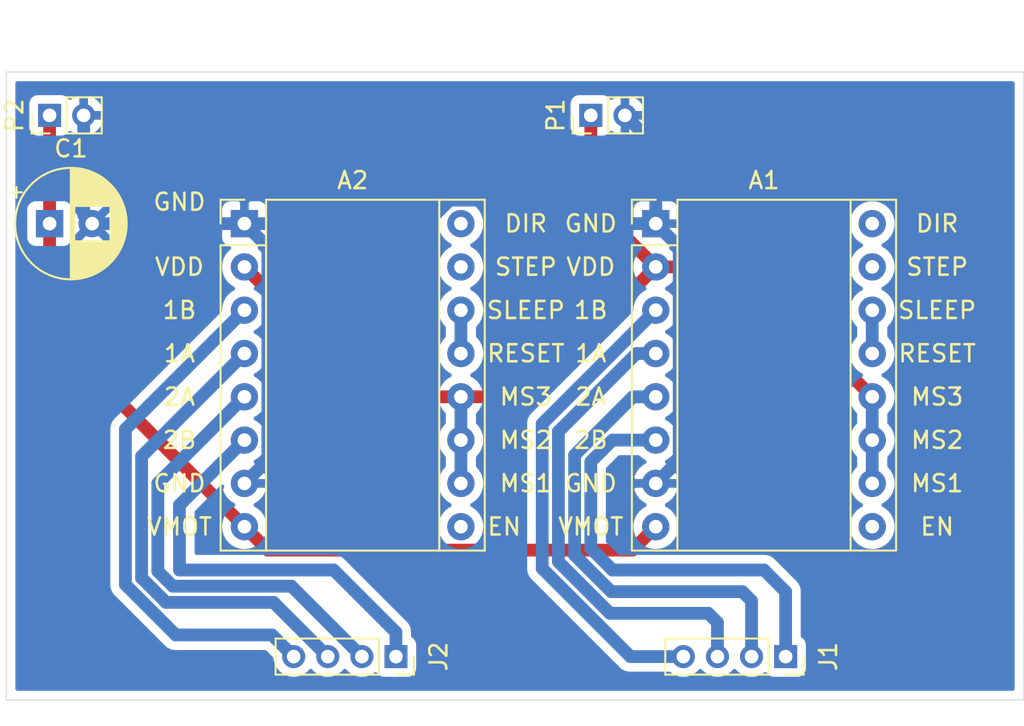
<source format=kicad_pcb>
(kicad_pcb (version 20171130) (host pcbnew "(5.1.2)-1")

  (general
    (thickness 1.6)
    (drawings 4)
    (tracks 107)
    (zones 0)
    (modules 7)
    (nets 20)
  )

  (page A4)
  (layers
    (0 F.Cu signal)
    (31 B.Cu signal)
    (32 B.Adhes user hide)
    (33 F.Adhes user hide)
    (34 B.Paste user)
    (35 F.Paste user)
    (36 B.SilkS user)
    (37 F.SilkS user)
    (38 B.Mask user)
    (39 F.Mask user)
    (40 Dwgs.User user)
    (41 Cmts.User user)
    (42 Eco1.User user)
    (43 Eco2.User user)
    (44 Edge.Cuts user)
    (45 Margin user)
    (46 B.CrtYd user)
    (47 F.CrtYd user)
    (48 B.Fab user)
    (49 F.Fab user)
  )

  (setup
    (last_trace_width 0.75)
    (user_trace_width 0.75)
    (trace_clearance 0.2)
    (zone_clearance 0.508)
    (zone_45_only no)
    (trace_min 0.2)
    (via_size 0.8)
    (via_drill 0.4)
    (via_min_size 0.4)
    (via_min_drill 0.3)
    (user_via 0.6 0.4)
    (uvia_size 0.3)
    (uvia_drill 0.1)
    (uvias_allowed no)
    (uvia_min_size 0.2)
    (uvia_min_drill 0.1)
    (edge_width 0.05)
    (segment_width 0.2)
    (pcb_text_width 0.3)
    (pcb_text_size 1.5 1.5)
    (mod_edge_width 0.12)
    (mod_text_size 1 1)
    (mod_text_width 0.15)
    (pad_size 1.524 1.524)
    (pad_drill 0.762)
    (pad_to_mask_clearance 0.051)
    (solder_mask_min_width 0.25)
    (aux_axis_origin 0 0)
    (visible_elements 7FFFFFFF)
    (pcbplotparams
      (layerselection 0x010f0_ffffffff)
      (usegerberextensions true)
      (usegerberattributes false)
      (usegerberadvancedattributes false)
      (creategerberjobfile false)
      (excludeedgelayer true)
      (linewidth 0.100000)
      (plotframeref false)
      (viasonmask false)
      (mode 1)
      (useauxorigin false)
      (hpglpennumber 1)
      (hpglpenspeed 20)
      (hpglpendiameter 15.000000)
      (psnegative false)
      (psa4output false)
      (plotreference true)
      (plotvalue false)
      (plotinvisibletext false)
      (padsonsilk false)
      (subtractmaskfromsilk false)
      (outputformat 1)
      (mirror false)
      (drillshape 0)
      (scaleselection 1)
      (outputdirectory "gerbers/"))
  )

  (net 0 "")
  (net 1 +12V)
  (net 2 "Net-(A1-Pad9)")
  (net 3 "Net-(A1-Pad3)")
  (net 4 "Net-(A1-Pad4)")
  (net 5 "Net-(A1-Pad5)")
  (net 6 "Net-(A1-Pad13)")
  (net 7 "Net-(A1-Pad6)")
  (net 8 "Net-(A1-Pad15)")
  (net 9 "Net-(A1-Pad16)")
  (net 10 "Net-(A2-Pad16)")
  (net 11 "Net-(A2-Pad15)")
  (net 12 "Net-(A2-Pad13)")
  (net 13 "Net-(A2-Pad6)")
  (net 14 "Net-(A2-Pad5)")
  (net 15 "Net-(A2-Pad4)")
  (net 16 "Net-(A2-Pad3)")
  (net 17 "Net-(A2-Pad9)")
  (net 18 GND)
  (net 19 +5V)

  (net_class Default "Esta es la clase de red por defecto."
    (clearance 0.2)
    (trace_width 0.25)
    (via_dia 0.8)
    (via_drill 0.4)
    (uvia_dia 0.3)
    (uvia_drill 0.1)
    (add_net +12V)
    (add_net +5V)
    (add_net GND)
    (add_net "Net-(A1-Pad13)")
    (add_net "Net-(A1-Pad15)")
    (add_net "Net-(A1-Pad16)")
    (add_net "Net-(A1-Pad3)")
    (add_net "Net-(A1-Pad4)")
    (add_net "Net-(A1-Pad5)")
    (add_net "Net-(A1-Pad6)")
    (add_net "Net-(A1-Pad9)")
    (add_net "Net-(A2-Pad13)")
    (add_net "Net-(A2-Pad15)")
    (add_net "Net-(A2-Pad16)")
    (add_net "Net-(A2-Pad3)")
    (add_net "Net-(A2-Pad4)")
    (add_net "Net-(A2-Pad5)")
    (add_net "Net-(A2-Pad6)")
    (add_net "Net-(A2-Pad9)")
  )

  (module Module:Pololu_Breakout-16_15.2x20.3mm (layer F.Cu) (tedit 5CC709ED) (tstamp 5CC6472F)
    (at 130.81 110.49)
    (descr "Pololu Breakout 16-pin 15.2x20.3mm 0.6x0.8\\")
    (tags "Pololu Breakout")
    (path /5CC68529)
    (fp_text reference A2 (at 6.35 -2.54) (layer F.SilkS)
      (effects (font (size 1 1) (thickness 0.15)))
    )
    (fp_text value A4988 (at 6.35 20.17) (layer F.Fab)
      (effects (font (size 1 1) (thickness 0.15)))
    )
    (fp_text user EN (at 15.24 17.78) (layer F.SilkS)
      (effects (font (size 1 1) (thickness 0.15)))
    )
    (fp_text user MS1 (at 16.51 15.24) (layer F.SilkS)
      (effects (font (size 1 1) (thickness 0.15)))
    )
    (fp_text user MS2 (at 16.51 12.7) (layer F.SilkS)
      (effects (font (size 1 1) (thickness 0.15)))
    )
    (fp_text user MS3 (at 16.51 10.16) (layer F.SilkS)
      (effects (font (size 1 1) (thickness 0.15)))
    )
    (fp_text user RESET (at 16.51 7.62) (layer F.SilkS)
      (effects (font (size 1 1) (thickness 0.15)))
    )
    (fp_text user SLEEP (at 16.51 5.08) (layer F.SilkS)
      (effects (font (size 1 1) (thickness 0.15)))
    )
    (fp_text user STEP (at 16.51 2.54) (layer F.SilkS)
      (effects (font (size 1 1) (thickness 0.15)))
    )
    (fp_text user DIR (at 16.51 0) (layer F.SilkS)
      (effects (font (size 1 1) (thickness 0.15)))
    )
    (fp_text user VMOT (at -3.81 17.78) (layer F.SilkS)
      (effects (font (size 1 1) (thickness 0.15)))
    )
    (fp_text user GND (at -3.81 15.24) (layer F.SilkS)
      (effects (font (size 1 1) (thickness 0.15)))
    )
    (fp_text user 2B (at -3.81 12.7) (layer F.SilkS)
      (effects (font (size 1 1) (thickness 0.15)))
    )
    (fp_text user 2A (at -3.81 10.16) (layer F.SilkS)
      (effects (font (size 1 1) (thickness 0.15)))
    )
    (fp_text user 1A (at -3.81 7.62) (layer F.SilkS)
      (effects (font (size 1 1) (thickness 0.15)))
    )
    (fp_text user 1B (at -3.81 5.08) (layer F.SilkS)
      (effects (font (size 1 1) (thickness 0.15)))
    )
    (fp_text user VDD (at -3.81 2.54) (layer F.SilkS)
      (effects (font (size 1 1) (thickness 0.15)))
    )
    (fp_text user GND (at -3.81 -1.27) (layer F.SilkS)
      (effects (font (size 1 1) (thickness 0.15)))
    )
    (fp_line (start 14.21 19.3) (end -1.53 19.3) (layer F.CrtYd) (width 0.05))
    (fp_line (start 14.21 19.3) (end 14.21 -1.52) (layer F.CrtYd) (width 0.05))
    (fp_line (start -1.53 -1.52) (end -1.53 19.3) (layer F.CrtYd) (width 0.05))
    (fp_line (start -1.53 -1.52) (end 14.21 -1.52) (layer F.CrtYd) (width 0.05))
    (fp_line (start -1.27 19.05) (end -1.27 0) (layer F.Fab) (width 0.1))
    (fp_line (start 13.97 19.05) (end -1.27 19.05) (layer F.Fab) (width 0.1))
    (fp_line (start 13.97 -1.27) (end 13.97 19.05) (layer F.Fab) (width 0.1))
    (fp_line (start 0 -1.27) (end 13.97 -1.27) (layer F.Fab) (width 0.1))
    (fp_line (start -1.27 0) (end 0 -1.27) (layer F.Fab) (width 0.1))
    (fp_line (start 14.1 -1.4) (end 1.27 -1.4) (layer F.SilkS) (width 0.12))
    (fp_line (start 14.1 19.18) (end 14.1 -1.4) (layer F.SilkS) (width 0.12))
    (fp_line (start -1.4 19.18) (end 14.1 19.18) (layer F.SilkS) (width 0.12))
    (fp_line (start -1.4 1.27) (end -1.4 19.18) (layer F.SilkS) (width 0.12))
    (fp_line (start 1.27 1.27) (end -1.4 1.27) (layer F.SilkS) (width 0.12))
    (fp_line (start 1.27 -1.4) (end 1.27 1.27) (layer F.SilkS) (width 0.12))
    (fp_line (start -1.4 -1.4) (end -1.4 0) (layer F.SilkS) (width 0.12))
    (fp_line (start 0 -1.4) (end -1.4 -1.4) (layer F.SilkS) (width 0.12))
    (fp_line (start 1.27 1.27) (end 1.27 19.18) (layer F.SilkS) (width 0.12))
    (fp_line (start 11.43 -1.4) (end 11.43 19.18) (layer F.SilkS) (width 0.12))
    (fp_text user %R (at 6.35 0) (layer F.Fab)
      (effects (font (size 1 1) (thickness 0.15)))
    )
    (pad 16 thru_hole oval (at 12.7 0) (size 1.6 1.6) (drill 0.8) (layers *.Cu *.Mask)
      (net 10 "Net-(A2-Pad16)"))
    (pad 8 thru_hole oval (at 0 17.78) (size 1.6 1.6) (drill 0.8) (layers *.Cu *.Mask)
      (net 1 +12V))
    (pad 15 thru_hole oval (at 12.7 2.54) (size 1.6 1.6) (drill 0.8) (layers *.Cu *.Mask)
      (net 11 "Net-(A2-Pad15)"))
    (pad 7 thru_hole oval (at 0 15.24) (size 1.6 1.6) (drill 0.8) (layers *.Cu *.Mask)
      (net 18 GND))
    (pad 14 thru_hole oval (at 12.7 5.08) (size 1.6 1.6) (drill 0.8) (layers *.Cu *.Mask)
      (net 12 "Net-(A2-Pad13)"))
    (pad 6 thru_hole oval (at 0 12.7) (size 1.6 1.6) (drill 0.8) (layers *.Cu *.Mask)
      (net 13 "Net-(A2-Pad6)"))
    (pad 13 thru_hole oval (at 12.7 7.62) (size 1.6 1.6) (drill 0.8) (layers *.Cu *.Mask)
      (net 12 "Net-(A2-Pad13)"))
    (pad 5 thru_hole oval (at 0 10.16) (size 1.6 1.6) (drill 0.8) (layers *.Cu *.Mask)
      (net 14 "Net-(A2-Pad5)"))
    (pad 12 thru_hole oval (at 12.7 10.16) (size 1.6 1.6) (drill 0.8) (layers *.Cu *.Mask)
      (net 19 +5V))
    (pad 4 thru_hole oval (at 0 7.62) (size 1.6 1.6) (drill 0.8) (layers *.Cu *.Mask)
      (net 15 "Net-(A2-Pad4)"))
    (pad 11 thru_hole oval (at 12.7 12.7) (size 1.6 1.6) (drill 0.8) (layers *.Cu *.Mask)
      (net 19 +5V))
    (pad 3 thru_hole oval (at 0 5.08) (size 1.6 1.6) (drill 0.8) (layers *.Cu *.Mask)
      (net 16 "Net-(A2-Pad3)"))
    (pad 10 thru_hole oval (at 12.7 15.24) (size 1.6 1.6) (drill 0.8) (layers *.Cu *.Mask)
      (net 19 +5V))
    (pad 2 thru_hole oval (at 0 2.54) (size 1.6 1.6) (drill 0.8) (layers *.Cu *.Mask)
      (net 19 +5V))
    (pad 9 thru_hole oval (at 12.7 17.78) (size 1.6 1.6) (drill 0.8) (layers *.Cu *.Mask)
      (net 17 "Net-(A2-Pad9)"))
    (pad 1 thru_hole rect (at 0 0) (size 1.6 1.6) (drill 0.8) (layers *.Cu *.Mask)
      (net 18 GND))
    (model ${KISYS3DMOD}/Module.3dshapes/Pololu_Breakout-16_15.2x20.3mm.wrl
      (at (xyz 0 0 0))
      (scale (xyz 1 1 1))
      (rotate (xyz 0 0 0))
    )
  )

  (module Module:Pololu_Breakout-16_15.2x20.3mm (layer F.Cu) (tedit 5CC709ED) (tstamp 5CC64707)
    (at 154.94 110.49)
    (descr "Pololu Breakout 16-pin 15.2x20.3mm 0.6x0.8\\")
    (tags "Pololu Breakout")
    (path /5CC6737F)
    (fp_text reference A1 (at 6.35 -2.54) (layer F.SilkS)
      (effects (font (size 1 1) (thickness 0.15)))
    )
    (fp_text value A4988 (at 6.35 20.17) (layer F.Fab)
      (effects (font (size 1 1) (thickness 0.15)))
    )
    (fp_text user %R (at 6.35 0) (layer F.Fab)
      (effects (font (size 1 1) (thickness 0.15)))
    )
    (fp_line (start 11.43 -1.4) (end 11.43 19.18) (layer F.SilkS) (width 0.12))
    (fp_line (start 1.27 1.27) (end 1.27 19.18) (layer F.SilkS) (width 0.12))
    (fp_line (start 0 -1.4) (end -1.4 -1.4) (layer F.SilkS) (width 0.12))
    (fp_line (start -1.4 -1.4) (end -1.4 0) (layer F.SilkS) (width 0.12))
    (fp_line (start 1.27 -1.4) (end 1.27 1.27) (layer F.SilkS) (width 0.12))
    (fp_line (start 1.27 1.27) (end -1.4 1.27) (layer F.SilkS) (width 0.12))
    (fp_line (start -1.4 1.27) (end -1.4 19.18) (layer F.SilkS) (width 0.12))
    (fp_line (start -1.4 19.18) (end 14.1 19.18) (layer F.SilkS) (width 0.12))
    (fp_line (start 14.1 19.18) (end 14.1 -1.4) (layer F.SilkS) (width 0.12))
    (fp_line (start 14.1 -1.4) (end 1.27 -1.4) (layer F.SilkS) (width 0.12))
    (fp_line (start -1.27 0) (end 0 -1.27) (layer F.Fab) (width 0.1))
    (fp_line (start 0 -1.27) (end 13.97 -1.27) (layer F.Fab) (width 0.1))
    (fp_line (start 13.97 -1.27) (end 13.97 19.05) (layer F.Fab) (width 0.1))
    (fp_line (start 13.97 19.05) (end -1.27 19.05) (layer F.Fab) (width 0.1))
    (fp_line (start -1.27 19.05) (end -1.27 0) (layer F.Fab) (width 0.1))
    (fp_line (start -1.53 -1.52) (end 14.21 -1.52) (layer F.CrtYd) (width 0.05))
    (fp_line (start -1.53 -1.52) (end -1.53 19.3) (layer F.CrtYd) (width 0.05))
    (fp_line (start 14.21 19.3) (end 14.21 -1.52) (layer F.CrtYd) (width 0.05))
    (fp_line (start 14.21 19.3) (end -1.53 19.3) (layer F.CrtYd) (width 0.05))
    (fp_text user GND (at -3.81 0) (layer F.SilkS)
      (effects (font (size 1 1) (thickness 0.15)))
    )
    (fp_text user VDD (at -3.81 2.54) (layer F.SilkS)
      (effects (font (size 1 1) (thickness 0.15)))
    )
    (fp_text user 1B (at -3.81 5.08) (layer F.SilkS)
      (effects (font (size 1 1) (thickness 0.15)))
    )
    (fp_text user 1A (at -3.81 7.62) (layer F.SilkS)
      (effects (font (size 1 1) (thickness 0.15)))
    )
    (fp_text user 2A (at -3.81 10.16) (layer F.SilkS)
      (effects (font (size 1 1) (thickness 0.15)))
    )
    (fp_text user 2B (at -3.81 12.7) (layer F.SilkS)
      (effects (font (size 1 1) (thickness 0.15)))
    )
    (fp_text user GND (at -3.81 15.24) (layer F.SilkS)
      (effects (font (size 1 1) (thickness 0.15)))
    )
    (fp_text user VMOT (at -3.81 17.78) (layer F.SilkS)
      (effects (font (size 1 1) (thickness 0.15)))
    )
    (fp_text user DIR (at 16.51 0) (layer F.SilkS)
      (effects (font (size 1 1) (thickness 0.15)))
    )
    (fp_text user STEP (at 16.51 2.54) (layer F.SilkS)
      (effects (font (size 1 1) (thickness 0.15)))
    )
    (fp_text user SLEEP (at 16.51 5.08) (layer F.SilkS)
      (effects (font (size 1 1) (thickness 0.15)))
    )
    (fp_text user RESET (at 16.51 7.62) (layer F.SilkS)
      (effects (font (size 1 1) (thickness 0.15)))
    )
    (fp_text user MS3 (at 16.51 10.16) (layer F.SilkS)
      (effects (font (size 1 1) (thickness 0.15)))
    )
    (fp_text user MS2 (at 16.51 12.7) (layer F.SilkS)
      (effects (font (size 1 1) (thickness 0.15)))
    )
    (fp_text user MS1 (at 16.51 15.24) (layer F.SilkS)
      (effects (font (size 1 1) (thickness 0.15)))
    )
    (fp_text user EN (at 16.51 17.78) (layer F.SilkS)
      (effects (font (size 1 1) (thickness 0.15)))
    )
    (pad 1 thru_hole rect (at 0 0) (size 1.6 1.6) (drill 0.8) (layers *.Cu *.Mask)
      (net 18 GND))
    (pad 9 thru_hole oval (at 12.7 17.78) (size 1.6 1.6) (drill 0.8) (layers *.Cu *.Mask)
      (net 2 "Net-(A1-Pad9)"))
    (pad 2 thru_hole oval (at 0 2.54) (size 1.6 1.6) (drill 0.8) (layers *.Cu *.Mask)
      (net 19 +5V))
    (pad 10 thru_hole oval (at 12.7 15.24) (size 1.6 1.6) (drill 0.8) (layers *.Cu *.Mask)
      (net 19 +5V))
    (pad 3 thru_hole oval (at 0 5.08) (size 1.6 1.6) (drill 0.8) (layers *.Cu *.Mask)
      (net 3 "Net-(A1-Pad3)"))
    (pad 11 thru_hole oval (at 12.7 12.7) (size 1.6 1.6) (drill 0.8) (layers *.Cu *.Mask)
      (net 19 +5V))
    (pad 4 thru_hole oval (at 0 7.62) (size 1.6 1.6) (drill 0.8) (layers *.Cu *.Mask)
      (net 4 "Net-(A1-Pad4)"))
    (pad 12 thru_hole oval (at 12.7 10.16) (size 1.6 1.6) (drill 0.8) (layers *.Cu *.Mask)
      (net 19 +5V))
    (pad 5 thru_hole oval (at 0 10.16) (size 1.6 1.6) (drill 0.8) (layers *.Cu *.Mask)
      (net 5 "Net-(A1-Pad5)"))
    (pad 13 thru_hole oval (at 12.7 7.62) (size 1.6 1.6) (drill 0.8) (layers *.Cu *.Mask)
      (net 6 "Net-(A1-Pad13)"))
    (pad 6 thru_hole oval (at 0 12.7) (size 1.6 1.6) (drill 0.8) (layers *.Cu *.Mask)
      (net 7 "Net-(A1-Pad6)"))
    (pad 14 thru_hole oval (at 12.7 5.08) (size 1.6 1.6) (drill 0.8) (layers *.Cu *.Mask)
      (net 6 "Net-(A1-Pad13)"))
    (pad 7 thru_hole oval (at 0 15.24) (size 1.6 1.6) (drill 0.8) (layers *.Cu *.Mask)
      (net 18 GND))
    (pad 15 thru_hole oval (at 12.7 2.54) (size 1.6 1.6) (drill 0.8) (layers *.Cu *.Mask)
      (net 8 "Net-(A1-Pad15)"))
    (pad 8 thru_hole oval (at 0 17.78) (size 1.6 1.6) (drill 0.8) (layers *.Cu *.Mask)
      (net 1 +12V))
    (pad 16 thru_hole oval (at 12.7 0) (size 1.6 1.6) (drill 0.8) (layers *.Cu *.Mask)
      (net 9 "Net-(A1-Pad16)"))
    (model ${KISYS3DMOD}/Module.3dshapes/Pololu_Breakout-16_15.2x20.3mm.wrl
      (at (xyz 0 0 0))
      (scale (xyz 1 1 1))
      (rotate (xyz 0 0 0))
    )
  )

  (module Capacitor_THT:CP_Radial_D6.3mm_P2.50mm (layer F.Cu) (tedit 5AE50EF0) (tstamp 5CC647C3)
    (at 119.38 110.49)
    (descr "CP, Radial series, Radial, pin pitch=2.50mm, , diameter=6.3mm, Electrolytic Capacitor")
    (tags "CP Radial series Radial pin pitch 2.50mm  diameter 6.3mm Electrolytic Capacitor")
    (path /5CC712A3)
    (fp_text reference C1 (at 1.25 -4.4) (layer F.SilkS)
      (effects (font (size 1 1) (thickness 0.15)))
    )
    (fp_text value 100uF (at 1.25 4.4) (layer F.Fab)
      (effects (font (size 1 1) (thickness 0.15)))
    )
    (fp_circle (center 1.25 0) (end 4.4 0) (layer F.Fab) (width 0.1))
    (fp_circle (center 1.25 0) (end 4.52 0) (layer F.SilkS) (width 0.12))
    (fp_circle (center 1.25 0) (end 4.65 0) (layer F.CrtYd) (width 0.05))
    (fp_line (start -1.443972 -1.3735) (end -0.813972 -1.3735) (layer F.Fab) (width 0.1))
    (fp_line (start -1.128972 -1.6885) (end -1.128972 -1.0585) (layer F.Fab) (width 0.1))
    (fp_line (start 1.25 -3.23) (end 1.25 3.23) (layer F.SilkS) (width 0.12))
    (fp_line (start 1.29 -3.23) (end 1.29 3.23) (layer F.SilkS) (width 0.12))
    (fp_line (start 1.33 -3.23) (end 1.33 3.23) (layer F.SilkS) (width 0.12))
    (fp_line (start 1.37 -3.228) (end 1.37 3.228) (layer F.SilkS) (width 0.12))
    (fp_line (start 1.41 -3.227) (end 1.41 3.227) (layer F.SilkS) (width 0.12))
    (fp_line (start 1.45 -3.224) (end 1.45 3.224) (layer F.SilkS) (width 0.12))
    (fp_line (start 1.49 -3.222) (end 1.49 -1.04) (layer F.SilkS) (width 0.12))
    (fp_line (start 1.49 1.04) (end 1.49 3.222) (layer F.SilkS) (width 0.12))
    (fp_line (start 1.53 -3.218) (end 1.53 -1.04) (layer F.SilkS) (width 0.12))
    (fp_line (start 1.53 1.04) (end 1.53 3.218) (layer F.SilkS) (width 0.12))
    (fp_line (start 1.57 -3.215) (end 1.57 -1.04) (layer F.SilkS) (width 0.12))
    (fp_line (start 1.57 1.04) (end 1.57 3.215) (layer F.SilkS) (width 0.12))
    (fp_line (start 1.61 -3.211) (end 1.61 -1.04) (layer F.SilkS) (width 0.12))
    (fp_line (start 1.61 1.04) (end 1.61 3.211) (layer F.SilkS) (width 0.12))
    (fp_line (start 1.65 -3.206) (end 1.65 -1.04) (layer F.SilkS) (width 0.12))
    (fp_line (start 1.65 1.04) (end 1.65 3.206) (layer F.SilkS) (width 0.12))
    (fp_line (start 1.69 -3.201) (end 1.69 -1.04) (layer F.SilkS) (width 0.12))
    (fp_line (start 1.69 1.04) (end 1.69 3.201) (layer F.SilkS) (width 0.12))
    (fp_line (start 1.73 -3.195) (end 1.73 -1.04) (layer F.SilkS) (width 0.12))
    (fp_line (start 1.73 1.04) (end 1.73 3.195) (layer F.SilkS) (width 0.12))
    (fp_line (start 1.77 -3.189) (end 1.77 -1.04) (layer F.SilkS) (width 0.12))
    (fp_line (start 1.77 1.04) (end 1.77 3.189) (layer F.SilkS) (width 0.12))
    (fp_line (start 1.81 -3.182) (end 1.81 -1.04) (layer F.SilkS) (width 0.12))
    (fp_line (start 1.81 1.04) (end 1.81 3.182) (layer F.SilkS) (width 0.12))
    (fp_line (start 1.85 -3.175) (end 1.85 -1.04) (layer F.SilkS) (width 0.12))
    (fp_line (start 1.85 1.04) (end 1.85 3.175) (layer F.SilkS) (width 0.12))
    (fp_line (start 1.89 -3.167) (end 1.89 -1.04) (layer F.SilkS) (width 0.12))
    (fp_line (start 1.89 1.04) (end 1.89 3.167) (layer F.SilkS) (width 0.12))
    (fp_line (start 1.93 -3.159) (end 1.93 -1.04) (layer F.SilkS) (width 0.12))
    (fp_line (start 1.93 1.04) (end 1.93 3.159) (layer F.SilkS) (width 0.12))
    (fp_line (start 1.971 -3.15) (end 1.971 -1.04) (layer F.SilkS) (width 0.12))
    (fp_line (start 1.971 1.04) (end 1.971 3.15) (layer F.SilkS) (width 0.12))
    (fp_line (start 2.011 -3.141) (end 2.011 -1.04) (layer F.SilkS) (width 0.12))
    (fp_line (start 2.011 1.04) (end 2.011 3.141) (layer F.SilkS) (width 0.12))
    (fp_line (start 2.051 -3.131) (end 2.051 -1.04) (layer F.SilkS) (width 0.12))
    (fp_line (start 2.051 1.04) (end 2.051 3.131) (layer F.SilkS) (width 0.12))
    (fp_line (start 2.091 -3.121) (end 2.091 -1.04) (layer F.SilkS) (width 0.12))
    (fp_line (start 2.091 1.04) (end 2.091 3.121) (layer F.SilkS) (width 0.12))
    (fp_line (start 2.131 -3.11) (end 2.131 -1.04) (layer F.SilkS) (width 0.12))
    (fp_line (start 2.131 1.04) (end 2.131 3.11) (layer F.SilkS) (width 0.12))
    (fp_line (start 2.171 -3.098) (end 2.171 -1.04) (layer F.SilkS) (width 0.12))
    (fp_line (start 2.171 1.04) (end 2.171 3.098) (layer F.SilkS) (width 0.12))
    (fp_line (start 2.211 -3.086) (end 2.211 -1.04) (layer F.SilkS) (width 0.12))
    (fp_line (start 2.211 1.04) (end 2.211 3.086) (layer F.SilkS) (width 0.12))
    (fp_line (start 2.251 -3.074) (end 2.251 -1.04) (layer F.SilkS) (width 0.12))
    (fp_line (start 2.251 1.04) (end 2.251 3.074) (layer F.SilkS) (width 0.12))
    (fp_line (start 2.291 -3.061) (end 2.291 -1.04) (layer F.SilkS) (width 0.12))
    (fp_line (start 2.291 1.04) (end 2.291 3.061) (layer F.SilkS) (width 0.12))
    (fp_line (start 2.331 -3.047) (end 2.331 -1.04) (layer F.SilkS) (width 0.12))
    (fp_line (start 2.331 1.04) (end 2.331 3.047) (layer F.SilkS) (width 0.12))
    (fp_line (start 2.371 -3.033) (end 2.371 -1.04) (layer F.SilkS) (width 0.12))
    (fp_line (start 2.371 1.04) (end 2.371 3.033) (layer F.SilkS) (width 0.12))
    (fp_line (start 2.411 -3.018) (end 2.411 -1.04) (layer F.SilkS) (width 0.12))
    (fp_line (start 2.411 1.04) (end 2.411 3.018) (layer F.SilkS) (width 0.12))
    (fp_line (start 2.451 -3.002) (end 2.451 -1.04) (layer F.SilkS) (width 0.12))
    (fp_line (start 2.451 1.04) (end 2.451 3.002) (layer F.SilkS) (width 0.12))
    (fp_line (start 2.491 -2.986) (end 2.491 -1.04) (layer F.SilkS) (width 0.12))
    (fp_line (start 2.491 1.04) (end 2.491 2.986) (layer F.SilkS) (width 0.12))
    (fp_line (start 2.531 -2.97) (end 2.531 -1.04) (layer F.SilkS) (width 0.12))
    (fp_line (start 2.531 1.04) (end 2.531 2.97) (layer F.SilkS) (width 0.12))
    (fp_line (start 2.571 -2.952) (end 2.571 -1.04) (layer F.SilkS) (width 0.12))
    (fp_line (start 2.571 1.04) (end 2.571 2.952) (layer F.SilkS) (width 0.12))
    (fp_line (start 2.611 -2.934) (end 2.611 -1.04) (layer F.SilkS) (width 0.12))
    (fp_line (start 2.611 1.04) (end 2.611 2.934) (layer F.SilkS) (width 0.12))
    (fp_line (start 2.651 -2.916) (end 2.651 -1.04) (layer F.SilkS) (width 0.12))
    (fp_line (start 2.651 1.04) (end 2.651 2.916) (layer F.SilkS) (width 0.12))
    (fp_line (start 2.691 -2.896) (end 2.691 -1.04) (layer F.SilkS) (width 0.12))
    (fp_line (start 2.691 1.04) (end 2.691 2.896) (layer F.SilkS) (width 0.12))
    (fp_line (start 2.731 -2.876) (end 2.731 -1.04) (layer F.SilkS) (width 0.12))
    (fp_line (start 2.731 1.04) (end 2.731 2.876) (layer F.SilkS) (width 0.12))
    (fp_line (start 2.771 -2.856) (end 2.771 -1.04) (layer F.SilkS) (width 0.12))
    (fp_line (start 2.771 1.04) (end 2.771 2.856) (layer F.SilkS) (width 0.12))
    (fp_line (start 2.811 -2.834) (end 2.811 -1.04) (layer F.SilkS) (width 0.12))
    (fp_line (start 2.811 1.04) (end 2.811 2.834) (layer F.SilkS) (width 0.12))
    (fp_line (start 2.851 -2.812) (end 2.851 -1.04) (layer F.SilkS) (width 0.12))
    (fp_line (start 2.851 1.04) (end 2.851 2.812) (layer F.SilkS) (width 0.12))
    (fp_line (start 2.891 -2.79) (end 2.891 -1.04) (layer F.SilkS) (width 0.12))
    (fp_line (start 2.891 1.04) (end 2.891 2.79) (layer F.SilkS) (width 0.12))
    (fp_line (start 2.931 -2.766) (end 2.931 -1.04) (layer F.SilkS) (width 0.12))
    (fp_line (start 2.931 1.04) (end 2.931 2.766) (layer F.SilkS) (width 0.12))
    (fp_line (start 2.971 -2.742) (end 2.971 -1.04) (layer F.SilkS) (width 0.12))
    (fp_line (start 2.971 1.04) (end 2.971 2.742) (layer F.SilkS) (width 0.12))
    (fp_line (start 3.011 -2.716) (end 3.011 -1.04) (layer F.SilkS) (width 0.12))
    (fp_line (start 3.011 1.04) (end 3.011 2.716) (layer F.SilkS) (width 0.12))
    (fp_line (start 3.051 -2.69) (end 3.051 -1.04) (layer F.SilkS) (width 0.12))
    (fp_line (start 3.051 1.04) (end 3.051 2.69) (layer F.SilkS) (width 0.12))
    (fp_line (start 3.091 -2.664) (end 3.091 -1.04) (layer F.SilkS) (width 0.12))
    (fp_line (start 3.091 1.04) (end 3.091 2.664) (layer F.SilkS) (width 0.12))
    (fp_line (start 3.131 -2.636) (end 3.131 -1.04) (layer F.SilkS) (width 0.12))
    (fp_line (start 3.131 1.04) (end 3.131 2.636) (layer F.SilkS) (width 0.12))
    (fp_line (start 3.171 -2.607) (end 3.171 -1.04) (layer F.SilkS) (width 0.12))
    (fp_line (start 3.171 1.04) (end 3.171 2.607) (layer F.SilkS) (width 0.12))
    (fp_line (start 3.211 -2.578) (end 3.211 -1.04) (layer F.SilkS) (width 0.12))
    (fp_line (start 3.211 1.04) (end 3.211 2.578) (layer F.SilkS) (width 0.12))
    (fp_line (start 3.251 -2.548) (end 3.251 -1.04) (layer F.SilkS) (width 0.12))
    (fp_line (start 3.251 1.04) (end 3.251 2.548) (layer F.SilkS) (width 0.12))
    (fp_line (start 3.291 -2.516) (end 3.291 -1.04) (layer F.SilkS) (width 0.12))
    (fp_line (start 3.291 1.04) (end 3.291 2.516) (layer F.SilkS) (width 0.12))
    (fp_line (start 3.331 -2.484) (end 3.331 -1.04) (layer F.SilkS) (width 0.12))
    (fp_line (start 3.331 1.04) (end 3.331 2.484) (layer F.SilkS) (width 0.12))
    (fp_line (start 3.371 -2.45) (end 3.371 -1.04) (layer F.SilkS) (width 0.12))
    (fp_line (start 3.371 1.04) (end 3.371 2.45) (layer F.SilkS) (width 0.12))
    (fp_line (start 3.411 -2.416) (end 3.411 -1.04) (layer F.SilkS) (width 0.12))
    (fp_line (start 3.411 1.04) (end 3.411 2.416) (layer F.SilkS) (width 0.12))
    (fp_line (start 3.451 -2.38) (end 3.451 -1.04) (layer F.SilkS) (width 0.12))
    (fp_line (start 3.451 1.04) (end 3.451 2.38) (layer F.SilkS) (width 0.12))
    (fp_line (start 3.491 -2.343) (end 3.491 -1.04) (layer F.SilkS) (width 0.12))
    (fp_line (start 3.491 1.04) (end 3.491 2.343) (layer F.SilkS) (width 0.12))
    (fp_line (start 3.531 -2.305) (end 3.531 -1.04) (layer F.SilkS) (width 0.12))
    (fp_line (start 3.531 1.04) (end 3.531 2.305) (layer F.SilkS) (width 0.12))
    (fp_line (start 3.571 -2.265) (end 3.571 2.265) (layer F.SilkS) (width 0.12))
    (fp_line (start 3.611 -2.224) (end 3.611 2.224) (layer F.SilkS) (width 0.12))
    (fp_line (start 3.651 -2.182) (end 3.651 2.182) (layer F.SilkS) (width 0.12))
    (fp_line (start 3.691 -2.137) (end 3.691 2.137) (layer F.SilkS) (width 0.12))
    (fp_line (start 3.731 -2.092) (end 3.731 2.092) (layer F.SilkS) (width 0.12))
    (fp_line (start 3.771 -2.044) (end 3.771 2.044) (layer F.SilkS) (width 0.12))
    (fp_line (start 3.811 -1.995) (end 3.811 1.995) (layer F.SilkS) (width 0.12))
    (fp_line (start 3.851 -1.944) (end 3.851 1.944) (layer F.SilkS) (width 0.12))
    (fp_line (start 3.891 -1.89) (end 3.891 1.89) (layer F.SilkS) (width 0.12))
    (fp_line (start 3.931 -1.834) (end 3.931 1.834) (layer F.SilkS) (width 0.12))
    (fp_line (start 3.971 -1.776) (end 3.971 1.776) (layer F.SilkS) (width 0.12))
    (fp_line (start 4.011 -1.714) (end 4.011 1.714) (layer F.SilkS) (width 0.12))
    (fp_line (start 4.051 -1.65) (end 4.051 1.65) (layer F.SilkS) (width 0.12))
    (fp_line (start 4.091 -1.581) (end 4.091 1.581) (layer F.SilkS) (width 0.12))
    (fp_line (start 4.131 -1.509) (end 4.131 1.509) (layer F.SilkS) (width 0.12))
    (fp_line (start 4.171 -1.432) (end 4.171 1.432) (layer F.SilkS) (width 0.12))
    (fp_line (start 4.211 -1.35) (end 4.211 1.35) (layer F.SilkS) (width 0.12))
    (fp_line (start 4.251 -1.262) (end 4.251 1.262) (layer F.SilkS) (width 0.12))
    (fp_line (start 4.291 -1.165) (end 4.291 1.165) (layer F.SilkS) (width 0.12))
    (fp_line (start 4.331 -1.059) (end 4.331 1.059) (layer F.SilkS) (width 0.12))
    (fp_line (start 4.371 -0.94) (end 4.371 0.94) (layer F.SilkS) (width 0.12))
    (fp_line (start 4.411 -0.802) (end 4.411 0.802) (layer F.SilkS) (width 0.12))
    (fp_line (start 4.451 -0.633) (end 4.451 0.633) (layer F.SilkS) (width 0.12))
    (fp_line (start 4.491 -0.402) (end 4.491 0.402) (layer F.SilkS) (width 0.12))
    (fp_line (start -2.250241 -1.839) (end -1.620241 -1.839) (layer F.SilkS) (width 0.12))
    (fp_line (start -1.935241 -2.154) (end -1.935241 -1.524) (layer F.SilkS) (width 0.12))
    (fp_text user %R (at 1.25 0) (layer F.Fab)
      (effects (font (size 1 1) (thickness 0.15)))
    )
    (pad 1 thru_hole rect (at 0 0) (size 1.6 1.6) (drill 0.8) (layers *.Cu *.Mask)
      (net 1 +12V))
    (pad 2 thru_hole circle (at 2.5 0) (size 1.6 1.6) (drill 0.8) (layers *.Cu *.Mask)
      (net 18 GND))
    (model ${KISYS3DMOD}/Capacitor_THT.3dshapes/CP_Radial_D6.3mm_P2.50mm.wrl
      (at (xyz 0 0 0))
      (scale (xyz 1 1 1))
      (rotate (xyz 0 0 0))
    )
  )

  (module Connector_PinSocket_2.00mm:PinSocket_1x04_P2.00mm_Vertical (layer F.Cu) (tedit 5A19A425) (tstamp 5CC647DB)
    (at 162.56 135.89 270)
    (descr "Through hole straight socket strip, 1x04, 2.00mm pitch, single row (from Kicad 4.0.7), script generated")
    (tags "Through hole socket strip THT 1x04 2.00mm single row")
    (path /5CC6DB28)
    (fp_text reference J1 (at 0 -2.5 90) (layer F.SilkS)
      (effects (font (size 1 1) (thickness 0.15)))
    )
    (fp_text value PitchMotor (at 0 8.5 90) (layer F.Fab)
      (effects (font (size 1 1) (thickness 0.15)))
    )
    (fp_text user %R (at 0 3) (layer F.Fab)
      (effects (font (size 1 1) (thickness 0.15)))
    )
    (fp_line (start -1.5 7.5) (end -1.5 -1.5) (layer F.CrtYd) (width 0.05))
    (fp_line (start 1.5 7.5) (end -1.5 7.5) (layer F.CrtYd) (width 0.05))
    (fp_line (start 1.5 -1.5) (end 1.5 7.5) (layer F.CrtYd) (width 0.05))
    (fp_line (start -1.5 -1.5) (end 1.5 -1.5) (layer F.CrtYd) (width 0.05))
    (fp_line (start 0 -1.06) (end 1.06 -1.06) (layer F.SilkS) (width 0.12))
    (fp_line (start 1.06 -1.06) (end 1.06 0) (layer F.SilkS) (width 0.12))
    (fp_line (start 1.06 1) (end 1.06 7.06) (layer F.SilkS) (width 0.12))
    (fp_line (start -1.06 7.06) (end 1.06 7.06) (layer F.SilkS) (width 0.12))
    (fp_line (start -1.06 1) (end -1.06 7.06) (layer F.SilkS) (width 0.12))
    (fp_line (start -1.06 1) (end 1.06 1) (layer F.SilkS) (width 0.12))
    (fp_line (start -1 7) (end -1 -1) (layer F.Fab) (width 0.1))
    (fp_line (start 1 7) (end -1 7) (layer F.Fab) (width 0.1))
    (fp_line (start 1 -0.5) (end 1 7) (layer F.Fab) (width 0.1))
    (fp_line (start 0.5 -1) (end 1 -0.5) (layer F.Fab) (width 0.1))
    (fp_line (start -1 -1) (end 0.5 -1) (layer F.Fab) (width 0.1))
    (pad 4 thru_hole oval (at 0 6 270) (size 1.35 1.35) (drill 0.8) (layers *.Cu *.Mask)
      (net 3 "Net-(A1-Pad3)"))
    (pad 3 thru_hole oval (at 0 4 270) (size 1.35 1.35) (drill 0.8) (layers *.Cu *.Mask)
      (net 4 "Net-(A1-Pad4)"))
    (pad 2 thru_hole oval (at 0 2 270) (size 1.35 1.35) (drill 0.8) (layers *.Cu *.Mask)
      (net 5 "Net-(A1-Pad5)"))
    (pad 1 thru_hole rect (at 0 0 270) (size 1.35 1.35) (drill 0.8) (layers *.Cu *.Mask)
      (net 7 "Net-(A1-Pad6)"))
    (model ${KISYS3DMOD}/Connector_PinSocket_2.00mm.3dshapes/PinSocket_1x04_P2.00mm_Vertical.wrl
      (at (xyz 0 0 0))
      (scale (xyz 1 1 1))
      (rotate (xyz 0 0 0))
    )
  )

  (module Connector_PinSocket_2.00mm:PinSocket_1x04_P2.00mm_Vertical (layer F.Cu) (tedit 5A19A425) (tstamp 5CC647F3)
    (at 139.7 135.89 270)
    (descr "Through hole straight socket strip, 1x04, 2.00mm pitch, single row (from Kicad 4.0.7), script generated")
    (tags "Through hole socket strip THT 1x04 2.00mm single row")
    (path /5CC6C9B4)
    (fp_text reference J2 (at 0 -2.5 90) (layer F.SilkS)
      (effects (font (size 1 1) (thickness 0.15)))
    )
    (fp_text value YawMotor (at 0 8.5 90) (layer F.Fab)
      (effects (font (size 1 1) (thickness 0.15)))
    )
    (fp_line (start -1 -1) (end 0.5 -1) (layer F.Fab) (width 0.1))
    (fp_line (start 0.5 -1) (end 1 -0.5) (layer F.Fab) (width 0.1))
    (fp_line (start 1 -0.5) (end 1 7) (layer F.Fab) (width 0.1))
    (fp_line (start 1 7) (end -1 7) (layer F.Fab) (width 0.1))
    (fp_line (start -1 7) (end -1 -1) (layer F.Fab) (width 0.1))
    (fp_line (start -1.06 1) (end 1.06 1) (layer F.SilkS) (width 0.12))
    (fp_line (start -1.06 1) (end -1.06 7.06) (layer F.SilkS) (width 0.12))
    (fp_line (start -1.06 7.06) (end 1.06 7.06) (layer F.SilkS) (width 0.12))
    (fp_line (start 1.06 1) (end 1.06 7.06) (layer F.SilkS) (width 0.12))
    (fp_line (start 1.06 -1.06) (end 1.06 0) (layer F.SilkS) (width 0.12))
    (fp_line (start 0 -1.06) (end 1.06 -1.06) (layer F.SilkS) (width 0.12))
    (fp_line (start -1.5 -1.5) (end 1.5 -1.5) (layer F.CrtYd) (width 0.05))
    (fp_line (start 1.5 -1.5) (end 1.5 7.5) (layer F.CrtYd) (width 0.05))
    (fp_line (start 1.5 7.5) (end -1.5 7.5) (layer F.CrtYd) (width 0.05))
    (fp_line (start -1.5 7.5) (end -1.5 -1.5) (layer F.CrtYd) (width 0.05))
    (fp_text user %R (at 0 3) (layer F.Fab)
      (effects (font (size 1 1) (thickness 0.15)))
    )
    (pad 1 thru_hole rect (at 0 0 270) (size 1.35 1.35) (drill 0.8) (layers *.Cu *.Mask)
      (net 13 "Net-(A2-Pad6)"))
    (pad 2 thru_hole oval (at 0 2 270) (size 1.35 1.35) (drill 0.8) (layers *.Cu *.Mask)
      (net 14 "Net-(A2-Pad5)"))
    (pad 3 thru_hole oval (at 0 4 270) (size 1.35 1.35) (drill 0.8) (layers *.Cu *.Mask)
      (net 15 "Net-(A2-Pad4)"))
    (pad 4 thru_hole oval (at 0 6 270) (size 1.35 1.35) (drill 0.8) (layers *.Cu *.Mask)
      (net 16 "Net-(A2-Pad3)"))
    (model ${KISYS3DMOD}/Connector_PinSocket_2.00mm.3dshapes/PinSocket_1x04_P2.00mm_Vertical.wrl
      (at (xyz 0 0 0))
      (scale (xyz 1 1 1))
      (rotate (xyz 0 0 0))
    )
  )

  (module Connector_PinHeader_2.00mm:PinHeader_1x02_P2.00mm_Vertical (layer F.Cu) (tedit 59FED667) (tstamp 5CC6481F)
    (at 119.38 104.14 90)
    (descr "Through hole straight pin header, 1x02, 2.00mm pitch, single row")
    (tags "Through hole pin header THT 1x02 2.00mm single row")
    (path /5CCFF63C)
    (fp_text reference P2 (at 0 -2.06 90) (layer F.SilkS)
      (effects (font (size 1 1) (thickness 0.15)))
    )
    (fp_text value Conn_01x02_Male (at 0 4.06 90) (layer F.Fab)
      (effects (font (size 1 1) (thickness 0.15)))
    )
    (fp_line (start -0.5 -1) (end 1 -1) (layer F.Fab) (width 0.1))
    (fp_line (start 1 -1) (end 1 3) (layer F.Fab) (width 0.1))
    (fp_line (start 1 3) (end -1 3) (layer F.Fab) (width 0.1))
    (fp_line (start -1 3) (end -1 -0.5) (layer F.Fab) (width 0.1))
    (fp_line (start -1 -0.5) (end -0.5 -1) (layer F.Fab) (width 0.1))
    (fp_line (start -1.06 3.06) (end 1.06 3.06) (layer F.SilkS) (width 0.12))
    (fp_line (start -1.06 1) (end -1.06 3.06) (layer F.SilkS) (width 0.12))
    (fp_line (start 1.06 1) (end 1.06 3.06) (layer F.SilkS) (width 0.12))
    (fp_line (start -1.06 1) (end 1.06 1) (layer F.SilkS) (width 0.12))
    (fp_line (start -1.06 0) (end -1.06 -1.06) (layer F.SilkS) (width 0.12))
    (fp_line (start -1.06 -1.06) (end 0 -1.06) (layer F.SilkS) (width 0.12))
    (fp_line (start -1.5 -1.5) (end -1.5 3.5) (layer F.CrtYd) (width 0.05))
    (fp_line (start -1.5 3.5) (end 1.5 3.5) (layer F.CrtYd) (width 0.05))
    (fp_line (start 1.5 3.5) (end 1.5 -1.5) (layer F.CrtYd) (width 0.05))
    (fp_line (start 1.5 -1.5) (end -1.5 -1.5) (layer F.CrtYd) (width 0.05))
    (fp_text user %R (at 0 1 180) (layer F.Fab)
      (effects (font (size 1 1) (thickness 0.15)))
    )
    (pad 1 thru_hole rect (at 0 0 90) (size 1.35 1.35) (drill 0.8) (layers *.Cu *.Mask)
      (net 1 +12V))
    (pad 2 thru_hole oval (at 0 2 90) (size 1.35 1.35) (drill 0.8) (layers *.Cu *.Mask)
      (net 18 GND))
    (model ${KISYS3DMOD}/Connector_PinHeader_2.00mm.3dshapes/PinHeader_1x02_P2.00mm_Vertical.wrl
      (at (xyz 0 0 0))
      (scale (xyz 1 1 1))
      (rotate (xyz 0 0 0))
    )
  )

  (module Connector_PinHeader_2.00mm:PinHeader_1x02_P2.00mm_Vertical (layer F.Cu) (tedit 59FED667) (tstamp 5CC78E42)
    (at 151.13 104.14 90)
    (descr "Through hole straight pin header, 1x02, 2.00mm pitch, single row")
    (tags "Through hole pin header THT 1x02 2.00mm single row")
    (path /5CCE63E7)
    (fp_text reference P1 (at 0 -2.06 90) (layer F.SilkS)
      (effects (font (size 1 1) (thickness 0.15)))
    )
    (fp_text value Conn_01x02_Male (at 0 4.06 90) (layer F.Fab)
      (effects (font (size 1 1) (thickness 0.15)))
    )
    (fp_line (start -0.5 -1) (end 1 -1) (layer F.Fab) (width 0.1))
    (fp_line (start 1 -1) (end 1 3) (layer F.Fab) (width 0.1))
    (fp_line (start 1 3) (end -1 3) (layer F.Fab) (width 0.1))
    (fp_line (start -1 3) (end -1 -0.5) (layer F.Fab) (width 0.1))
    (fp_line (start -1 -0.5) (end -0.5 -1) (layer F.Fab) (width 0.1))
    (fp_line (start -1.06 3.06) (end 1.06 3.06) (layer F.SilkS) (width 0.12))
    (fp_line (start -1.06 1) (end -1.06 3.06) (layer F.SilkS) (width 0.12))
    (fp_line (start 1.06 1) (end 1.06 3.06) (layer F.SilkS) (width 0.12))
    (fp_line (start -1.06 1) (end 1.06 1) (layer F.SilkS) (width 0.12))
    (fp_line (start -1.06 0) (end -1.06 -1.06) (layer F.SilkS) (width 0.12))
    (fp_line (start -1.06 -1.06) (end 0 -1.06) (layer F.SilkS) (width 0.12))
    (fp_line (start -1.5 -1.5) (end -1.5 3.5) (layer F.CrtYd) (width 0.05))
    (fp_line (start -1.5 3.5) (end 1.5 3.5) (layer F.CrtYd) (width 0.05))
    (fp_line (start 1.5 3.5) (end 1.5 -1.5) (layer F.CrtYd) (width 0.05))
    (fp_line (start 1.5 -1.5) (end -1.5 -1.5) (layer F.CrtYd) (width 0.05))
    (fp_text user %R (at 0 1) (layer F.Fab)
      (effects (font (size 1 1) (thickness 0.15)))
    )
    (pad 1 thru_hole rect (at 0 0 90) (size 1.35 1.35) (drill 0.8) (layers *.Cu *.Mask)
      (net 19 +5V))
    (pad 2 thru_hole oval (at 0 2 90) (size 1.35 1.35) (drill 0.8) (layers *.Cu *.Mask)
      (net 18 GND))
    (model ${KISYS3DMOD}/Connector_PinHeader_2.00mm.3dshapes/PinHeader_1x02_P2.00mm_Vertical.wrl
      (at (xyz 0 0 0))
      (scale (xyz 1 1 1))
      (rotate (xyz 0 0 0))
    )
  )

  (gr_line (start 116.84 138.43) (end 116.84 101.6) (layer Edge.Cuts) (width 0.05) (tstamp 5DB0BE66))
  (gr_line (start 176.53 138.43) (end 116.84 138.43) (layer Edge.Cuts) (width 0.05))
  (gr_line (start 176.53 101.6) (end 176.53 138.43) (layer Edge.Cuts) (width 0.05))
  (gr_line (start 116.84 101.6) (end 176.53 101.6) (layer Edge.Cuts) (width 0.05))

  (segment (start 119.38 116.84) (end 130.81 128.27) (width 0.75) (layer F.Cu) (net 1))
  (segment (start 130.81 128.27) (end 130.81 128.27) (width 0.75) (layer F.Cu) (net 1) (tstamp 5CC7E82E))
  (via (at 130.81 128.27) (size 0.8) (drill 0.4) (layers F.Cu B.Cu) (net 1))
  (segment (start 119.38 110.49) (end 119.38 110.49) (width 0.75) (layer F.Cu) (net 1) (tstamp 5CC7E833))
  (via (at 119.38 110.49) (size 0.8) (drill 0.4) (layers F.Cu B.Cu) (net 1))
  (segment (start 154.94 128.27) (end 154.94 128.27) (width 0.75) (layer F.Cu) (net 1) (tstamp 5CC7E844))
  (via (at 154.94 128.27) (size 0.8) (drill 0.4) (layers F.Cu B.Cu) (net 1))
  (segment (start 119.38 104.14) (end 119.38 104.14) (width 0.75) (layer F.Cu) (net 1))
  (segment (start 119.38 110.49) (end 119.38 116.84) (width 0.75) (layer F.Cu) (net 1))
  (via (at 119.38 104.14) (size 0.8) (drill 0.4) (layers F.Cu B.Cu) (net 1))
  (segment (start 119.38 105.41) (end 119.38 104.14) (width 0.75) (layer F.Cu) (net 1))
  (segment (start 119.38 105.41) (end 119.38 110.49) (width 0.75) (layer F.Cu) (net 1))
  (segment (start 154.140001 129.069999) (end 154.94 128.27) (width 0.75) (layer F.Cu) (net 1))
  (segment (start 153.564999 129.645001) (end 154.140001 129.069999) (width 0.75) (layer F.Cu) (net 1))
  (segment (start 132.185001 129.645001) (end 153.564999 129.645001) (width 0.75) (layer F.Cu) (net 1))
  (segment (start 130.81 128.27) (end 132.185001 129.645001) (width 0.75) (layer F.Cu) (net 1))
  (segment (start 148.27997 122.23003) (end 154.94 115.57) (width 0.75) (layer B.Cu) (net 3))
  (segment (start 148.27997 130.720521) (end 148.27997 122.23003) (width 0.75) (layer B.Cu) (net 3))
  (segment (start 156.56 135.89) (end 153.44945 135.89) (width 0.75) (layer B.Cu) (net 3))
  (segment (start 153.44945 135.89) (end 148.27997 130.720521) (width 0.75) (layer B.Cu) (net 3))
  (segment (start 153.80863 118.11) (end 154.94 118.11) (width 0.75) (layer B.Cu) (net 4))
  (segment (start 158.56 133.89) (end 158.02 133.35) (width 0.75) (layer B.Cu) (net 4))
  (segment (start 158.56 135.89) (end 158.56 133.89) (width 0.75) (layer B.Cu) (net 4))
  (segment (start 158.02 133.35) (end 152.252967 133.35) (width 0.75) (layer B.Cu) (net 4))
  (segment (start 152.252967 133.35) (end 149.22998 130.327014) (width 0.75) (layer B.Cu) (net 4))
  (segment (start 149.22998 130.327014) (end 149.22998 122.68865) (width 0.75) (layer B.Cu) (net 4))
  (segment (start 149.22998 122.68865) (end 153.80863 118.11) (width 0.75) (layer B.Cu) (net 4))
  (segment (start 153.596483 120.65) (end 153.80863 120.65) (width 0.75) (layer B.Cu) (net 5))
  (segment (start 160.56 132.62) (end 160.02 132.08) (width 0.75) (layer B.Cu) (net 5))
  (segment (start 160.56 135.89) (end 160.56 132.62) (width 0.75) (layer B.Cu) (net 5))
  (segment (start 160.02 132.08) (end 152.326484 132.08) (width 0.75) (layer B.Cu) (net 5))
  (segment (start 152.326484 132.08) (end 150.17999 129.933507) (width 0.75) (layer B.Cu) (net 5))
  (segment (start 153.80863 120.65) (end 154.94 120.65) (width 0.75) (layer B.Cu) (net 5))
  (segment (start 150.17999 129.933507) (end 150.17999 124.066493) (width 0.75) (layer B.Cu) (net 5))
  (segment (start 150.17999 124.066493) (end 153.596483 120.65) (width 0.75) (layer B.Cu) (net 5))
  (segment (start 167.64 115.57) (end 167.64 118.11) (width 0.75) (layer B.Cu) (net 6))
  (segment (start 152.4 123.19) (end 154.94 123.19) (width 0.75) (layer B.Cu) (net 7))
  (segment (start 161.29 130.81) (end 152.4 130.81) (width 0.75) (layer B.Cu) (net 7))
  (segment (start 152.4 130.81) (end 151.13 129.54) (width 0.75) (layer B.Cu) (net 7))
  (segment (start 162.56 132.08) (end 161.29 130.81) (width 0.75) (layer B.Cu) (net 7))
  (segment (start 162.56 135.89) (end 162.56 132.08) (width 0.75) (layer B.Cu) (net 7))
  (segment (start 151.13 129.54) (end 151.13 124.46) (width 0.75) (layer B.Cu) (net 7))
  (segment (start 151.13 124.46) (end 152.4 123.19) (width 0.75) (layer B.Cu) (net 7))
  (segment (start 143.51 115.57) (end 143.51 118.11) (width 0.75) (layer B.Cu) (net 12) (status 30))
  (segment (start 127 127) (end 130.81 123.19) (width 0.75) (layer B.Cu) (net 13))
  (segment (start 139.7 135.89) (end 139.7 134.465) (width 0.75) (layer B.Cu) (net 13))
  (segment (start 127 130.81) (end 127 127) (width 0.75) (layer B.Cu) (net 13))
  (segment (start 136.045 130.81) (end 127 130.81) (width 0.75) (layer B.Cu) (net 13))
  (segment (start 139.7 134.465) (end 136.045 130.81) (width 0.75) (layer B.Cu) (net 13))
  (segment (start 130.010001 121.449999) (end 130.81 120.65) (width 0.75) (layer B.Cu) (net 14))
  (segment (start 137.7 135.89) (end 133.570011 131.760011) (width 0.75) (layer B.Cu) (net 14))
  (segment (start 125.73 130.883518) (end 125.73 125.73) (width 0.75) (layer B.Cu) (net 14))
  (segment (start 125.73 125.73) (end 130.010001 121.449999) (width 0.75) (layer B.Cu) (net 14))
  (segment (start 133.570011 131.760011) (end 126.606493 131.760011) (width 0.75) (layer B.Cu) (net 14))
  (segment (start 126.606493 131.760011) (end 125.73 130.883518) (width 0.75) (layer B.Cu) (net 14))
  (segment (start 124.779989 124.140011) (end 130.010001 118.909999) (width 0.75) (layer B.Cu) (net 15))
  (segment (start 126.212985 132.710021) (end 124.779989 131.277025) (width 0.75) (layer B.Cu) (net 15))
  (segment (start 132.520022 132.710022) (end 126.212985 132.710021) (width 0.75) (layer B.Cu) (net 15))
  (segment (start 135.7 135.89) (end 132.520022 132.710022) (width 0.75) (layer B.Cu) (net 15))
  (segment (start 124.779989 131.277025) (end 124.779989 124.140011) (width 0.75) (layer B.Cu) (net 15))
  (segment (start 130.010001 118.909999) (end 130.81 118.11) (width 0.75) (layer B.Cu) (net 15))
  (segment (start 130.010001 116.369999) (end 130.81 115.57) (width 0.75) (layer B.Cu) (net 16))
  (segment (start 123.829979 122.550021) (end 130.010001 116.369999) (width 0.75) (layer B.Cu) (net 16))
  (segment (start 123.829979 131.670533) (end 123.829979 122.550021) (width 0.75) (layer B.Cu) (net 16))
  (segment (start 126.779446 134.62) (end 123.829979 131.670533) (width 0.75) (layer B.Cu) (net 16))
  (segment (start 133.7 135.89) (end 132.43 134.62) (width 0.75) (layer B.Cu) (net 16))
  (segment (start 132.43 134.62) (end 126.779446 134.62) (width 0.75) (layer B.Cu) (net 16))
  (segment (start 132.185001 111.865001) (end 130.81 110.49) (width 0.75) (layer B.Cu) (net 18))
  (segment (start 132.185001 124.354999) (end 132.185001 111.865001) (width 0.75) (layer B.Cu) (net 18))
  (segment (start 130.81 125.73) (end 132.185001 124.354999) (width 0.75) (layer B.Cu) (net 18))
  (segment (start 156.315001 111.865001) (end 154.94 110.49) (width 0.75) (layer B.Cu) (net 18))
  (segment (start 156.315001 124.354999) (end 156.315001 111.865001) (width 0.75) (layer B.Cu) (net 18))
  (segment (start 154.94 125.73) (end 156.315001 124.354999) (width 0.75) (layer B.Cu) (net 18))
  (segment (start 121.38 109.99) (end 121.88 110.49) (width 0.75) (layer B.Cu) (net 18))
  (segment (start 121.38 104.14) (end 121.38 109.99) (width 0.75) (layer B.Cu) (net 18))
  (segment (start 121.88 110.49) (end 130.81 110.49) (width 0.75) (layer B.Cu) (net 18))
  (segment (start 153.39 110.49) (end 154.94 110.49) (width 0.75) (layer B.Cu) (net 18))
  (segment (start 152.014999 109.114999) (end 153.39 110.49) (width 0.75) (layer B.Cu) (net 18))
  (segment (start 142.849999 109.114999) (end 152.014999 109.114999) (width 0.75) (layer B.Cu) (net 18))
  (segment (start 141.474998 110.49) (end 142.849999 109.114999) (width 0.75) (layer B.Cu) (net 18))
  (segment (start 130.81 110.49) (end 141.474998 110.49) (width 0.75) (layer B.Cu) (net 18))
  (segment (start 154.94 105.95) (end 153.13 104.14) (width 0.75) (layer B.Cu) (net 18))
  (segment (start 154.94 110.49) (end 154.94 105.95) (width 0.75) (layer B.Cu) (net 18))
  (segment (start 143.51 120.65) (end 143.51 123.19) (width 0.75) (layer B.Cu) (net 19) (status 30))
  (segment (start 143.51 123.19) (end 143.51 125.73) (width 0.75) (layer B.Cu) (net 19) (status 30))
  (segment (start 167.64 120.65) (end 167.64 123.19) (width 0.75) (layer B.Cu) (net 19) (status 30))
  (segment (start 167.64 123.19) (end 167.64 125.73) (width 0.75) (layer B.Cu) (net 19) (status 30))
  (segment (start 138.43 120.65) (end 130.81 113.03) (width 0.75) (layer F.Cu) (net 19))
  (segment (start 143.51 120.65) (end 143.51 120.65) (width 0.75) (layer F.Cu) (net 19))
  (segment (start 160.02 113.03) (end 167.64 120.65) (width 0.75) (layer F.Cu) (net 19))
  (segment (start 154.94 113.03) (end 160.02 113.03) (width 0.75) (layer F.Cu) (net 19))
  (segment (start 154.94 113.03) (end 154.94 113.03) (width 0.75) (layer F.Cu) (net 19) (tstamp 5CC7E7D3))
  (via (at 154.94 113.03) (size 0.8) (drill 0.4) (layers F.Cu B.Cu) (net 19))
  (segment (start 154.94 113.03) (end 154.94 113.03) (width 0.75) (layer F.Cu) (net 19) (tstamp 5CC7E7DA))
  (via (at 154.94 113.03) (size 0.8) (drill 0.4) (layers F.Cu B.Cu) (net 19))
  (segment (start 143.51 120.65) (end 138.43 120.65) (width 0.75) (layer F.Cu) (net 19) (tstamp 5CC7E7DD))
  (via (at 143.51 120.65) (size 0.8) (drill 0.4) (layers F.Cu B.Cu) (net 19))
  (segment (start 130.81 113.03) (end 130.81 113.03) (width 0.75) (layer F.Cu) (net 19) (tstamp 5CC7E82A))
  (via (at 130.81 113.03) (size 0.8) (drill 0.4) (layers F.Cu B.Cu) (net 19))
  (segment (start 167.64 120.65) (end 167.64 120.65) (width 0.75) (layer F.Cu) (net 19) (tstamp 5CC7E840))
  (via (at 167.64 120.65) (size 0.8) (drill 0.4) (layers F.Cu B.Cu) (net 19))
  (segment (start 151.13 104.14) (end 151.13 104.14) (width 0.75) (layer F.Cu) (net 19) (tstamp 5DB0B33A))
  (via (at 151.13 104.14) (size 0.8) (drill 0.4) (layers F.Cu B.Cu) (net 19))
  (segment (start 147.32 120.65) (end 143.51 120.65) (width 0.75) (layer F.Cu) (net 19))
  (segment (start 154.94 113.03) (end 147.32 120.65) (width 0.75) (layer F.Cu) (net 19))
  (segment (start 151.13 109.22) (end 154.94 113.03) (width 0.75) (layer F.Cu) (net 19))
  (segment (start 151.13 104.14) (end 151.13 109.22) (width 0.75) (layer F.Cu) (net 19))

  (zone (net 18) (net_name GND) (layer B.Cu) (tstamp 0) (hatch edge 0.508)
    (connect_pads (clearance 0.508))
    (min_thickness 0.254)
    (fill yes (arc_segments 32) (thermal_gap 0.508) (thermal_bridge_width 0.508))
    (polygon
      (pts
        (xy 176.53 101.6) (xy 116.84 101.6) (xy 116.84 138.43) (xy 176.53 138.43)
      )
    )
    (filled_polygon
      (pts
        (xy 175.870001 137.77) (xy 117.5 137.77) (xy 117.5 122.550021) (xy 122.815093 122.550021) (xy 122.81998 122.599639)
        (xy 122.819979 131.620925) (xy 122.815093 131.670533) (xy 122.834594 131.868527) (xy 122.861737 131.958005) (xy 122.892347 132.058912)
        (xy 122.986132 132.234373) (xy 123.112346 132.388166) (xy 123.150885 132.419794) (xy 126.030185 135.299094) (xy 126.061813 135.337633)
        (xy 126.215606 135.463847) (xy 126.391066 135.557632) (xy 126.581452 135.615385) (xy 126.729838 135.63) (xy 126.72984 135.63)
        (xy 126.779445 135.634886) (xy 126.82905 135.63) (xy 132.011645 135.63) (xy 132.3959 136.014255) (xy 132.408955 136.146805)
        (xy 132.483862 136.393741) (xy 132.605505 136.621318) (xy 132.769208 136.820792) (xy 132.968682 136.984495) (xy 133.196259 137.106138)
        (xy 133.443195 137.181045) (xy 133.635649 137.2) (xy 133.764351 137.2) (xy 133.956805 137.181045) (xy 134.203741 137.106138)
        (xy 134.431318 136.984495) (xy 134.630792 136.820792) (xy 134.7 136.736461) (xy 134.769208 136.820792) (xy 134.968682 136.984495)
        (xy 135.196259 137.106138) (xy 135.443195 137.181045) (xy 135.635649 137.2) (xy 135.764351 137.2) (xy 135.956805 137.181045)
        (xy 136.203741 137.106138) (xy 136.431318 136.984495) (xy 136.630792 136.820792) (xy 136.7 136.736461) (xy 136.769208 136.820792)
        (xy 136.968682 136.984495) (xy 137.196259 137.106138) (xy 137.443195 137.181045) (xy 137.635649 137.2) (xy 137.764351 137.2)
        (xy 137.956805 137.181045) (xy 138.203741 137.106138) (xy 138.431318 136.984495) (xy 138.500926 136.927369) (xy 138.573815 137.016185)
        (xy 138.670506 137.095537) (xy 138.78082 137.154502) (xy 138.900518 137.190812) (xy 139.025 137.203072) (xy 140.375 137.203072)
        (xy 140.499482 137.190812) (xy 140.61918 137.154502) (xy 140.729494 137.095537) (xy 140.826185 137.016185) (xy 140.905537 136.919494)
        (xy 140.964502 136.80918) (xy 141.000812 136.689482) (xy 141.013072 136.565) (xy 141.013072 135.215) (xy 141.000812 135.090518)
        (xy 140.964502 134.97082) (xy 140.905537 134.860506) (xy 140.826185 134.763815) (xy 140.729494 134.684463) (xy 140.71 134.674043)
        (xy 140.71 134.514608) (xy 140.714886 134.465) (xy 140.695385 134.267005) (xy 140.637632 134.07662) (xy 140.626695 134.056159)
        (xy 140.543847 133.90116) (xy 140.417633 133.747367) (xy 140.3791 133.715744) (xy 136.794261 130.130906) (xy 136.762633 130.092367)
        (xy 136.60884 129.966153) (xy 136.43338 129.872368) (xy 136.242994 129.814615) (xy 136.094608 129.8) (xy 136.045 129.795114)
        (xy 135.995392 129.8) (xy 128.01 129.8) (xy 128.01 127.418355) (xy 129.501958 125.926398) (xy 129.418096 126.079039)
        (xy 129.458754 126.213087) (xy 129.578963 126.46742) (xy 129.746481 126.693414) (xy 129.954869 126.882385) (xy 130.146682 126.997421)
        (xy 130.008899 127.071068) (xy 129.790392 127.250392) (xy 129.611068 127.468899) (xy 129.477818 127.718192) (xy 129.395764 127.988691)
        (xy 129.368057 128.27) (xy 129.395764 128.551309) (xy 129.477818 128.821808) (xy 129.611068 129.071101) (xy 129.790392 129.289608)
        (xy 130.008899 129.468932) (xy 130.258192 129.602182) (xy 130.528691 129.684236) (xy 130.739508 129.705) (xy 130.880492 129.705)
        (xy 131.091309 129.684236) (xy 131.361808 129.602182) (xy 131.611101 129.468932) (xy 131.829608 129.289608) (xy 132.008932 129.071101)
        (xy 132.142182 128.821808) (xy 132.224236 128.551309) (xy 132.251943 128.27) (xy 132.224236 127.988691) (xy 132.142182 127.718192)
        (xy 132.008932 127.468899) (xy 131.829608 127.250392) (xy 131.611101 127.071068) (xy 131.473318 126.997421) (xy 131.665131 126.882385)
        (xy 131.873519 126.693414) (xy 132.041037 126.46742) (xy 132.161246 126.213087) (xy 132.201904 126.079039) (xy 132.079915 125.857)
        (xy 130.937 125.857) (xy 130.937 125.877) (xy 130.683 125.877) (xy 130.683 125.857) (xy 130.663 125.857)
        (xy 130.663 125.603) (xy 130.683 125.603) (xy 130.683 125.583) (xy 130.937 125.583) (xy 130.937 125.603)
        (xy 132.079915 125.603) (xy 132.201904 125.380961) (xy 132.161246 125.246913) (xy 132.041037 124.99258) (xy 131.873519 124.766586)
        (xy 131.665131 124.577615) (xy 131.473318 124.462579) (xy 131.611101 124.388932) (xy 131.829608 124.209608) (xy 132.008932 123.991101)
        (xy 132.142182 123.741808) (xy 132.224236 123.471309) (xy 132.251943 123.19) (xy 132.224236 122.908691) (xy 132.142182 122.638192)
        (xy 132.008932 122.388899) (xy 131.829608 122.170392) (xy 131.611101 121.991068) (xy 131.478142 121.92) (xy 131.611101 121.848932)
        (xy 131.829608 121.669608) (xy 132.008932 121.451101) (xy 132.142182 121.201808) (xy 132.224236 120.931309) (xy 132.251943 120.65)
        (xy 132.224236 120.368691) (xy 132.142182 120.098192) (xy 132.008932 119.848899) (xy 131.829608 119.630392) (xy 131.611101 119.451068)
        (xy 131.478142 119.38) (xy 131.611101 119.308932) (xy 131.829608 119.129608) (xy 132.008932 118.911101) (xy 132.142182 118.661808)
        (xy 132.224236 118.391309) (xy 132.251943 118.11) (xy 132.224236 117.828691) (xy 132.142182 117.558192) (xy 132.008932 117.308899)
        (xy 131.829608 117.090392) (xy 131.611101 116.911068) (xy 131.478142 116.84) (xy 131.611101 116.768932) (xy 131.829608 116.589608)
        (xy 132.008932 116.371101) (xy 132.142182 116.121808) (xy 132.224236 115.851309) (xy 132.251943 115.57) (xy 132.224236 115.288691)
        (xy 132.142182 115.018192) (xy 132.008932 114.768899) (xy 131.829608 114.550392) (xy 131.611101 114.371068) (xy 131.478142 114.3)
        (xy 131.611101 114.228932) (xy 131.829608 114.049608) (xy 132.008932 113.831101) (xy 132.142182 113.581808) (xy 132.224236 113.311309)
        (xy 132.251943 113.03) (xy 132.224236 112.748691) (xy 132.142182 112.478192) (xy 132.008932 112.228899) (xy 131.829608 112.010392)
        (xy 131.716518 111.917581) (xy 131.734482 111.915812) (xy 131.85418 111.879502) (xy 131.964494 111.820537) (xy 132.061185 111.741185)
        (xy 132.140537 111.644494) (xy 132.199502 111.53418) (xy 132.235812 111.414482) (xy 132.248072 111.29) (xy 132.245 110.77575)
        (xy 132.08625 110.617) (xy 130.937 110.617) (xy 130.937 110.637) (xy 130.683 110.637) (xy 130.683 110.617)
        (xy 129.53375 110.617) (xy 129.375 110.77575) (xy 129.371928 111.29) (xy 129.384188 111.414482) (xy 129.420498 111.53418)
        (xy 129.479463 111.644494) (xy 129.558815 111.741185) (xy 129.655506 111.820537) (xy 129.76582 111.879502) (xy 129.885518 111.915812)
        (xy 129.903482 111.917581) (xy 129.790392 112.010392) (xy 129.611068 112.228899) (xy 129.477818 112.478192) (xy 129.395764 112.748691)
        (xy 129.368057 113.03) (xy 129.395764 113.311309) (xy 129.477818 113.581808) (xy 129.611068 113.831101) (xy 129.790392 114.049608)
        (xy 130.008899 114.228932) (xy 130.141858 114.3) (xy 130.008899 114.371068) (xy 129.790392 114.550392) (xy 129.611068 114.768899)
        (xy 129.477818 115.018192) (xy 129.395764 115.288691) (xy 129.368057 115.57) (xy 129.369275 115.58237) (xy 129.330906 115.620739)
        (xy 129.330901 115.620743) (xy 123.15088 121.800765) (xy 123.112347 121.832388) (xy 123.080724 121.870921) (xy 123.080723 121.870922)
        (xy 122.986133 121.986181) (xy 122.892347 122.161642) (xy 122.834594 122.352027) (xy 122.815093 122.550021) (xy 117.5 122.550021)
        (xy 117.5 109.69) (xy 117.941928 109.69) (xy 117.941928 111.29) (xy 117.954188 111.414482) (xy 117.990498 111.53418)
        (xy 118.049463 111.644494) (xy 118.128815 111.741185) (xy 118.225506 111.820537) (xy 118.33582 111.879502) (xy 118.455518 111.915812)
        (xy 118.58 111.928072) (xy 120.18 111.928072) (xy 120.304482 111.915812) (xy 120.42418 111.879502) (xy 120.534494 111.820537)
        (xy 120.631185 111.741185) (xy 120.710537 111.644494) (xy 120.769502 111.53418) (xy 120.785117 111.482702) (xy 121.066903 111.482702)
        (xy 121.138486 111.726671) (xy 121.393996 111.847571) (xy 121.668184 111.9163) (xy 121.950512 111.930217) (xy 122.23013 111.888787)
        (xy 122.496292 111.793603) (xy 122.621514 111.726671) (xy 122.693097 111.482702) (xy 121.88 110.669605) (xy 121.066903 111.482702)
        (xy 120.785117 111.482702) (xy 120.805812 111.414482) (xy 120.818072 111.29) (xy 120.818072 111.282785) (xy 120.887298 111.303097)
        (xy 121.700395 110.49) (xy 122.059605 110.49) (xy 122.872702 111.303097) (xy 123.116671 111.231514) (xy 123.237571 110.976004)
        (xy 123.3063 110.701816) (xy 123.316741 110.49) (xy 142.068057 110.49) (xy 142.095764 110.771309) (xy 142.177818 111.041808)
        (xy 142.311068 111.291101) (xy 142.490392 111.509608) (xy 142.708899 111.688932) (xy 142.841858 111.76) (xy 142.708899 111.831068)
        (xy 142.490392 112.010392) (xy 142.311068 112.228899) (xy 142.177818 112.478192) (xy 142.095764 112.748691) (xy 142.068057 113.03)
        (xy 142.095764 113.311309) (xy 142.177818 113.581808) (xy 142.311068 113.831101) (xy 142.490392 114.049608) (xy 142.708899 114.228932)
        (xy 142.841858 114.3) (xy 142.708899 114.371068) (xy 142.490392 114.550392) (xy 142.311068 114.768899) (xy 142.177818 115.018192)
        (xy 142.095764 115.288691) (xy 142.068057 115.57) (xy 142.095764 115.851309) (xy 142.177818 116.121808) (xy 142.311068 116.371101)
        (xy 142.490392 116.589608) (xy 142.5 116.597493) (xy 142.500001 117.082506) (xy 142.490392 117.090392) (xy 142.311068 117.308899)
        (xy 142.177818 117.558192) (xy 142.095764 117.828691) (xy 142.068057 118.11) (xy 142.095764 118.391309) (xy 142.177818 118.661808)
        (xy 142.311068 118.911101) (xy 142.490392 119.129608) (xy 142.708899 119.308932) (xy 142.841858 119.38) (xy 142.708899 119.451068)
        (xy 142.490392 119.630392) (xy 142.311068 119.848899) (xy 142.177818 120.098192) (xy 142.095764 120.368691) (xy 142.068057 120.65)
        (xy 142.095764 120.931309) (xy 142.177818 121.201808) (xy 142.311068 121.451101) (xy 142.490392 121.669608) (xy 142.5 121.677493)
        (xy 142.500001 122.162506) (xy 142.490392 122.170392) (xy 142.311068 122.388899) (xy 142.177818 122.638192) (xy 142.095764 122.908691)
        (xy 142.068057 123.19) (xy 142.095764 123.471309) (xy 142.177818 123.741808) (xy 142.311068 123.991101) (xy 142.490392 124.209608)
        (xy 142.5 124.217493) (xy 142.500001 124.702506) (xy 142.490392 124.710392) (xy 142.311068 124.928899) (xy 142.177818 125.178192)
        (xy 142.095764 125.448691) (xy 142.068057 125.73) (xy 142.095764 126.011309) (xy 142.177818 126.281808) (xy 142.311068 126.531101)
        (xy 142.490392 126.749608) (xy 142.708899 126.928932) (xy 142.841858 127) (xy 142.708899 127.071068) (xy 142.490392 127.250392)
        (xy 142.311068 127.468899) (xy 142.177818 127.718192) (xy 142.095764 127.988691) (xy 142.068057 128.27) (xy 142.095764 128.551309)
        (xy 142.177818 128.821808) (xy 142.311068 129.071101) (xy 142.490392 129.289608) (xy 142.708899 129.468932) (xy 142.958192 129.602182)
        (xy 143.228691 129.684236) (xy 143.439508 129.705) (xy 143.580492 129.705) (xy 143.791309 129.684236) (xy 144.061808 129.602182)
        (xy 144.311101 129.468932) (xy 144.529608 129.289608) (xy 144.708932 129.071101) (xy 144.842182 128.821808) (xy 144.924236 128.551309)
        (xy 144.951943 128.27) (xy 144.924236 127.988691) (xy 144.842182 127.718192) (xy 144.708932 127.468899) (xy 144.529608 127.250392)
        (xy 144.311101 127.071068) (xy 144.178142 127) (xy 144.311101 126.928932) (xy 144.529608 126.749608) (xy 144.708932 126.531101)
        (xy 144.842182 126.281808) (xy 144.924236 126.011309) (xy 144.951943 125.73) (xy 144.924236 125.448691) (xy 144.842182 125.178192)
        (xy 144.708932 124.928899) (xy 144.529608 124.710392) (xy 144.52 124.702507) (xy 144.52 124.217493) (xy 144.529608 124.209608)
        (xy 144.708932 123.991101) (xy 144.842182 123.741808) (xy 144.924236 123.471309) (xy 144.951943 123.19) (xy 144.924236 122.908691)
        (xy 144.842182 122.638192) (xy 144.708932 122.388899) (xy 144.578552 122.23003) (xy 147.265084 122.23003) (xy 147.269971 122.279648)
        (xy 147.26997 130.670913) (xy 147.265084 130.720521) (xy 147.284585 130.918515) (xy 147.295016 130.952901) (xy 147.342338 131.1089)
        (xy 147.436123 131.284361) (xy 147.562337 131.438154) (xy 147.600881 131.469786) (xy 152.700194 136.5691) (xy 152.731817 136.607633)
        (xy 152.88561 136.733847) (xy 153.026549 136.80918) (xy 153.06107 136.827632) (xy 153.251455 136.885385) (xy 153.44945 136.904886)
        (xy 153.499055 136.9) (xy 155.725724 136.9) (xy 155.828682 136.984495) (xy 156.056259 137.106138) (xy 156.303195 137.181045)
        (xy 156.495649 137.2) (xy 156.624351 137.2) (xy 156.816805 137.181045) (xy 157.063741 137.106138) (xy 157.291318 136.984495)
        (xy 157.490792 136.820792) (xy 157.56 136.736461) (xy 157.629208 136.820792) (xy 157.828682 136.984495) (xy 158.056259 137.106138)
        (xy 158.303195 137.181045) (xy 158.495649 137.2) (xy 158.624351 137.2) (xy 158.816805 137.181045) (xy 159.063741 137.106138)
        (xy 159.291318 136.984495) (xy 159.490792 136.820792) (xy 159.56 136.736461) (xy 159.629208 136.820792) (xy 159.828682 136.984495)
        (xy 160.056259 137.106138) (xy 160.303195 137.181045) (xy 160.495649 137.2) (xy 160.624351 137.2) (xy 160.816805 137.181045)
        (xy 161.063741 137.106138) (xy 161.291318 136.984495) (xy 161.360926 136.927369) (xy 161.433815 137.016185) (xy 161.530506 137.095537)
        (xy 161.64082 137.154502) (xy 161.760518 137.190812) (xy 161.885 137.203072) (xy 163.235 137.203072) (xy 163.359482 137.190812)
        (xy 163.47918 137.154502) (xy 163.589494 137.095537) (xy 163.686185 137.016185) (xy 163.765537 136.919494) (xy 163.824502 136.80918)
        (xy 163.860812 136.689482) (xy 163.873072 136.565) (xy 163.873072 135.215) (xy 163.860812 135.090518) (xy 163.824502 134.97082)
        (xy 163.765537 134.860506) (xy 163.686185 134.763815) (xy 163.589494 134.684463) (xy 163.57 134.674043) (xy 163.57 132.129604)
        (xy 163.574886 132.079999) (xy 163.562685 131.956124) (xy 163.555385 131.882006) (xy 163.497632 131.69162) (xy 163.403847 131.51616)
        (xy 163.277633 131.362367) (xy 163.239094 131.330739) (xy 162.039261 130.130906) (xy 162.007633 130.092367) (xy 161.85384 129.966153)
        (xy 161.67838 129.872368) (xy 161.487994 129.814615) (xy 161.339608 129.8) (xy 161.29 129.795114) (xy 161.240392 129.8)
        (xy 152.818355 129.8) (xy 152.14 129.121645) (xy 152.14 128.27) (xy 153.498057 128.27) (xy 153.525764 128.551309)
        (xy 153.607818 128.821808) (xy 153.741068 129.071101) (xy 153.920392 129.289608) (xy 154.138899 129.468932) (xy 154.388192 129.602182)
        (xy 154.658691 129.684236) (xy 154.869508 129.705) (xy 155.010492 129.705) (xy 155.221309 129.684236) (xy 155.491808 129.602182)
        (xy 155.741101 129.468932) (xy 155.959608 129.289608) (xy 156.138932 129.071101) (xy 156.272182 128.821808) (xy 156.354236 128.551309)
        (xy 156.381943 128.27) (xy 156.354236 127.988691) (xy 156.272182 127.718192) (xy 156.138932 127.468899) (xy 155.959608 127.250392)
        (xy 155.741101 127.071068) (xy 155.603318 126.997421) (xy 155.795131 126.882385) (xy 156.003519 126.693414) (xy 156.171037 126.46742)
        (xy 156.291246 126.213087) (xy 156.331904 126.079039) (xy 156.209915 125.857) (xy 155.067 125.857) (xy 155.067 125.877)
        (xy 154.813 125.877) (xy 154.813 125.857) (xy 153.670085 125.857) (xy 153.548096 126.079039) (xy 153.588754 126.213087)
        (xy 153.708963 126.46742) (xy 153.876481 126.693414) (xy 154.084869 126.882385) (xy 154.276682 126.997421) (xy 154.138899 127.071068)
        (xy 153.920392 127.250392) (xy 153.741068 127.468899) (xy 153.607818 127.718192) (xy 153.525764 127.988691) (xy 153.498057 128.27)
        (xy 152.14 128.27) (xy 152.14 124.878355) (xy 152.818355 124.2) (xy 153.912507 124.2) (xy 153.920392 124.209608)
        (xy 154.138899 124.388932) (xy 154.276682 124.462579) (xy 154.084869 124.577615) (xy 153.876481 124.766586) (xy 153.708963 124.99258)
        (xy 153.588754 125.246913) (xy 153.548096 125.380961) (xy 153.670085 125.603) (xy 154.813 125.603) (xy 154.813 125.583)
        (xy 155.067 125.583) (xy 155.067 125.603) (xy 156.209915 125.603) (xy 156.331904 125.380961) (xy 156.291246 125.246913)
        (xy 156.171037 124.99258) (xy 156.003519 124.766586) (xy 155.795131 124.577615) (xy 155.603318 124.462579) (xy 155.741101 124.388932)
        (xy 155.959608 124.209608) (xy 156.138932 123.991101) (xy 156.272182 123.741808) (xy 156.354236 123.471309) (xy 156.381943 123.19)
        (xy 156.354236 122.908691) (xy 156.272182 122.638192) (xy 156.138932 122.388899) (xy 155.959608 122.170392) (xy 155.741101 121.991068)
        (xy 155.608142 121.92) (xy 155.741101 121.848932) (xy 155.959608 121.669608) (xy 156.138932 121.451101) (xy 156.272182 121.201808)
        (xy 156.354236 120.931309) (xy 156.381943 120.65) (xy 156.354236 120.368691) (xy 156.272182 120.098192) (xy 156.138932 119.848899)
        (xy 155.959608 119.630392) (xy 155.741101 119.451068) (xy 155.608142 119.38) (xy 155.741101 119.308932) (xy 155.959608 119.129608)
        (xy 156.138932 118.911101) (xy 156.272182 118.661808) (xy 156.354236 118.391309) (xy 156.381943 118.11) (xy 156.354236 117.828691)
        (xy 156.272182 117.558192) (xy 156.138932 117.308899) (xy 155.959608 117.090392) (xy 155.741101 116.911068) (xy 155.608142 116.84)
        (xy 155.741101 116.768932) (xy 155.959608 116.589608) (xy 156.138932 116.371101) (xy 156.272182 116.121808) (xy 156.354236 115.851309)
        (xy 156.381943 115.57) (xy 156.354236 115.288691) (xy 156.272182 115.018192) (xy 156.138932 114.768899) (xy 155.959608 114.550392)
        (xy 155.741101 114.371068) (xy 155.608142 114.3) (xy 155.741101 114.228932) (xy 155.959608 114.049608) (xy 156.138932 113.831101)
        (xy 156.272182 113.581808) (xy 156.354236 113.311309) (xy 156.381943 113.03) (xy 156.354236 112.748691) (xy 156.272182 112.478192)
        (xy 156.138932 112.228899) (xy 155.959608 112.010392) (xy 155.846518 111.917581) (xy 155.864482 111.915812) (xy 155.98418 111.879502)
        (xy 156.094494 111.820537) (xy 156.191185 111.741185) (xy 156.270537 111.644494) (xy 156.329502 111.53418) (xy 156.365812 111.414482)
        (xy 156.378072 111.29) (xy 156.375 110.77575) (xy 156.21625 110.617) (xy 155.067 110.617) (xy 155.067 110.637)
        (xy 154.813 110.637) (xy 154.813 110.617) (xy 153.66375 110.617) (xy 153.505 110.77575) (xy 153.501928 111.29)
        (xy 153.514188 111.414482) (xy 153.550498 111.53418) (xy 153.609463 111.644494) (xy 153.688815 111.741185) (xy 153.785506 111.820537)
        (xy 153.89582 111.879502) (xy 154.015518 111.915812) (xy 154.033482 111.917581) (xy 153.920392 112.010392) (xy 153.741068 112.228899)
        (xy 153.607818 112.478192) (xy 153.525764 112.748691) (xy 153.498057 113.03) (xy 153.525764 113.311309) (xy 153.607818 113.581808)
        (xy 153.741068 113.831101) (xy 153.920392 114.049608) (xy 154.138899 114.228932) (xy 154.271858 114.3) (xy 154.138899 114.371068)
        (xy 153.920392 114.550392) (xy 153.741068 114.768899) (xy 153.607818 115.018192) (xy 153.525764 115.288691) (xy 153.498057 115.57)
        (xy 153.499275 115.582369) (xy 147.600871 121.480774) (xy 147.562338 121.512397) (xy 147.530715 121.55093) (xy 147.530714 121.550931)
        (xy 147.436124 121.66619) (xy 147.342338 121.841651) (xy 147.284585 122.032036) (xy 147.265084 122.23003) (xy 144.578552 122.23003)
        (xy 144.529608 122.170392) (xy 144.52 122.162507) (xy 144.52 121.677493) (xy 144.529608 121.669608) (xy 144.708932 121.451101)
        (xy 144.842182 121.201808) (xy 144.924236 120.931309) (xy 144.951943 120.65) (xy 144.924236 120.368691) (xy 144.842182 120.098192)
        (xy 144.708932 119.848899) (xy 144.529608 119.630392) (xy 144.311101 119.451068) (xy 144.178142 119.38) (xy 144.311101 119.308932)
        (xy 144.529608 119.129608) (xy 144.708932 118.911101) (xy 144.842182 118.661808) (xy 144.924236 118.391309) (xy 144.951943 118.11)
        (xy 144.924236 117.828691) (xy 144.842182 117.558192) (xy 144.708932 117.308899) (xy 144.529608 117.090392) (xy 144.52 117.082507)
        (xy 144.52 116.597493) (xy 144.529608 116.589608) (xy 144.708932 116.371101) (xy 144.842182 116.121808) (xy 144.924236 115.851309)
        (xy 144.951943 115.57) (xy 144.924236 115.288691) (xy 144.842182 115.018192) (xy 144.708932 114.768899) (xy 144.529608 114.550392)
        (xy 144.311101 114.371068) (xy 144.178142 114.3) (xy 144.311101 114.228932) (xy 144.529608 114.049608) (xy 144.708932 113.831101)
        (xy 144.842182 113.581808) (xy 144.924236 113.311309) (xy 144.951943 113.03) (xy 144.924236 112.748691) (xy 144.842182 112.478192)
        (xy 144.708932 112.228899) (xy 144.529608 112.010392) (xy 144.311101 111.831068) (xy 144.178142 111.76) (xy 144.311101 111.688932)
        (xy 144.529608 111.509608) (xy 144.708932 111.291101) (xy 144.842182 111.041808) (xy 144.924236 110.771309) (xy 144.951943 110.49)
        (xy 166.198057 110.49) (xy 166.225764 110.771309) (xy 166.307818 111.041808) (xy 166.441068 111.291101) (xy 166.620392 111.509608)
        (xy 166.838899 111.688932) (xy 166.971858 111.76) (xy 166.838899 111.831068) (xy 166.620392 112.010392) (xy 166.441068 112.228899)
        (xy 166.307818 112.478192) (xy 166.225764 112.748691) (xy 166.198057 113.03) (xy 166.225764 113.311309) (xy 166.307818 113.581808)
        (xy 166.441068 113.831101) (xy 166.620392 114.049608) (xy 166.838899 114.228932) (xy 166.971858 114.3) (xy 166.838899 114.371068)
        (xy 166.620392 114.550392) (xy 166.441068 114.768899) (xy 166.307818 115.018192) (xy 166.225764 115.288691) (xy 166.198057 115.57)
        (xy 166.225764 115.851309) (xy 166.307818 116.121808) (xy 166.441068 116.371101) (xy 166.620392 116.589608) (xy 166.63 116.597493)
        (xy 166.630001 117.082506) (xy 166.620392 117.090392) (xy 166.441068 117.308899) (xy 166.307818 117.558192) (xy 166.225764 117.828691)
        (xy 166.198057 118.11) (xy 166.225764 118.391309) (xy 166.307818 118.661808) (xy 166.441068 118.911101) (xy 166.620392 119.129608)
        (xy 166.838899 119.308932) (xy 166.971858 119.38) (xy 166.838899 119.451068) (xy 166.620392 119.630392) (xy 166.441068 119.848899)
        (xy 166.307818 120.098192) (xy 166.225764 120.368691) (xy 166.198057 120.65) (xy 166.225764 120.931309) (xy 166.307818 121.201808)
        (xy 166.441068 121.451101) (xy 166.620392 121.669608) (xy 166.63 121.677493) (xy 166.630001 122.162506) (xy 166.620392 122.170392)
        (xy 166.441068 122.388899) (xy 166.307818 122.638192) (xy 166.225764 122.908691) (xy 166.198057 123.19) (xy 166.225764 123.471309)
        (xy 166.307818 123.741808) (xy 166.441068 123.991101) (xy 166.620392 124.209608) (xy 166.63 124.217493) (xy 166.630001 124.702506)
        (xy 166.620392 124.710392) (xy 166.441068 124.928899) (xy 166.307818 125.178192) (xy 166.225764 125.448691) (xy 166.198057 125.73)
        (xy 166.225764 126.011309) (xy 166.307818 126.281808) (xy 166.441068 126.531101) (xy 166.620392 126.749608) (xy 166.838899 126.928932)
        (xy 166.971858 127) (xy 166.838899 127.071068) (xy 166.620392 127.250392) (xy 166.441068 127.468899) (xy 166.307818 127.718192)
        (xy 166.225764 127.988691) (xy 166.198057 128.27) (xy 166.225764 128.551309) (xy 166.307818 128.821808) (xy 166.441068 129.071101)
        (xy 166.620392 129.289608) (xy 166.838899 129.468932) (xy 167.088192 129.602182) (xy 167.358691 129.684236) (xy 167.569508 129.705)
        (xy 167.710492 129.705) (xy 167.921309 129.684236) (xy 168.191808 129.602182) (xy 168.441101 129.468932) (xy 168.659608 129.289608)
        (xy 168.838932 129.071101) (xy 168.972182 128.821808) (xy 169.054236 128.551309) (xy 169.081943 128.27) (xy 169.054236 127.988691)
        (xy 168.972182 127.718192) (xy 168.838932 127.468899) (xy 168.659608 127.250392) (xy 168.441101 127.071068) (xy 168.308142 127)
        (xy 168.441101 126.928932) (xy 168.659608 126.749608) (xy 168.838932 126.531101) (xy 168.972182 126.281808) (xy 169.054236 126.011309)
        (xy 169.081943 125.73) (xy 169.054236 125.448691) (xy 168.972182 125.178192) (xy 168.838932 124.928899) (xy 168.659608 124.710392)
        (xy 168.65 124.702507) (xy 168.65 124.217493) (xy 168.659608 124.209608) (xy 168.838932 123.991101) (xy 168.972182 123.741808)
        (xy 169.054236 123.471309) (xy 169.081943 123.19) (xy 169.054236 122.908691) (xy 168.972182 122.638192) (xy 168.838932 122.388899)
        (xy 168.659608 122.170392) (xy 168.65 122.162507) (xy 168.65 121.677493) (xy 168.659608 121.669608) (xy 168.838932 121.451101)
        (xy 168.972182 121.201808) (xy 169.054236 120.931309) (xy 169.081943 120.65) (xy 169.054236 120.368691) (xy 168.972182 120.098192)
        (xy 168.838932 119.848899) (xy 168.659608 119.630392) (xy 168.441101 119.451068) (xy 168.308142 119.38) (xy 168.441101 119.308932)
        (xy 168.659608 119.129608) (xy 168.838932 118.911101) (xy 168.972182 118.661808) (xy 169.054236 118.391309) (xy 169.081943 118.11)
        (xy 169.054236 117.828691) (xy 168.972182 117.558192) (xy 168.838932 117.308899) (xy 168.659608 117.090392) (xy 168.65 117.082507)
        (xy 168.65 116.597493) (xy 168.659608 116.589608) (xy 168.838932 116.371101) (xy 168.972182 116.121808) (xy 169.054236 115.851309)
        (xy 169.081943 115.57) (xy 169.054236 115.288691) (xy 168.972182 115.018192) (xy 168.838932 114.768899) (xy 168.659608 114.550392)
        (xy 168.441101 114.371068) (xy 168.308142 114.3) (xy 168.441101 114.228932) (xy 168.659608 114.049608) (xy 168.838932 113.831101)
        (xy 168.972182 113.581808) (xy 169.054236 113.311309) (xy 169.081943 113.03) (xy 169.054236 112.748691) (xy 168.972182 112.478192)
        (xy 168.838932 112.228899) (xy 168.659608 112.010392) (xy 168.441101 111.831068) (xy 168.308142 111.76) (xy 168.441101 111.688932)
        (xy 168.659608 111.509608) (xy 168.838932 111.291101) (xy 168.972182 111.041808) (xy 169.054236 110.771309) (xy 169.081943 110.49)
        (xy 169.054236 110.208691) (xy 168.972182 109.938192) (xy 168.838932 109.688899) (xy 168.659608 109.470392) (xy 168.441101 109.291068)
        (xy 168.191808 109.157818) (xy 167.921309 109.075764) (xy 167.710492 109.055) (xy 167.569508 109.055) (xy 167.358691 109.075764)
        (xy 167.088192 109.157818) (xy 166.838899 109.291068) (xy 166.620392 109.470392) (xy 166.441068 109.688899) (xy 166.307818 109.938192)
        (xy 166.225764 110.208691) (xy 166.198057 110.49) (xy 144.951943 110.49) (xy 144.924236 110.208691) (xy 144.842182 109.938192)
        (xy 144.709521 109.69) (xy 153.501928 109.69) (xy 153.505 110.20425) (xy 153.66375 110.363) (xy 154.813 110.363)
        (xy 154.813 109.21375) (xy 155.067 109.21375) (xy 155.067 110.363) (xy 156.21625 110.363) (xy 156.375 110.20425)
        (xy 156.378072 109.69) (xy 156.365812 109.565518) (xy 156.329502 109.44582) (xy 156.270537 109.335506) (xy 156.191185 109.238815)
        (xy 156.094494 109.159463) (xy 155.98418 109.100498) (xy 155.864482 109.064188) (xy 155.74 109.051928) (xy 155.22575 109.055)
        (xy 155.067 109.21375) (xy 154.813 109.21375) (xy 154.65425 109.055) (xy 154.14 109.051928) (xy 154.015518 109.064188)
        (xy 153.89582 109.100498) (xy 153.785506 109.159463) (xy 153.688815 109.238815) (xy 153.609463 109.335506) (xy 153.550498 109.44582)
        (xy 153.514188 109.565518) (xy 153.501928 109.69) (xy 144.709521 109.69) (xy 144.708932 109.688899) (xy 144.529608 109.470392)
        (xy 144.311101 109.291068) (xy 144.061808 109.157818) (xy 143.791309 109.075764) (xy 143.580492 109.055) (xy 143.439508 109.055)
        (xy 143.228691 109.075764) (xy 142.958192 109.157818) (xy 142.708899 109.291068) (xy 142.490392 109.470392) (xy 142.311068 109.688899)
        (xy 142.177818 109.938192) (xy 142.095764 110.208691) (xy 142.068057 110.49) (xy 123.316741 110.49) (xy 123.320217 110.419488)
        (xy 123.278787 110.13987) (xy 123.183603 109.873708) (xy 123.116671 109.748486) (xy 122.91734 109.69) (xy 129.371928 109.69)
        (xy 129.375 110.20425) (xy 129.53375 110.363) (xy 130.683 110.363) (xy 130.683 109.21375) (xy 130.937 109.21375)
        (xy 130.937 110.363) (xy 132.08625 110.363) (xy 132.245 110.20425) (xy 132.248072 109.69) (xy 132.235812 109.565518)
        (xy 132.199502 109.44582) (xy 132.140537 109.335506) (xy 132.061185 109.238815) (xy 131.964494 109.159463) (xy 131.85418 109.100498)
        (xy 131.734482 109.064188) (xy 131.61 109.051928) (xy 131.09575 109.055) (xy 130.937 109.21375) (xy 130.683 109.21375)
        (xy 130.52425 109.055) (xy 130.01 109.051928) (xy 129.885518 109.064188) (xy 129.76582 109.100498) (xy 129.655506 109.159463)
        (xy 129.558815 109.238815) (xy 129.479463 109.335506) (xy 129.420498 109.44582) (xy 129.384188 109.565518) (xy 129.371928 109.69)
        (xy 122.91734 109.69) (xy 122.872702 109.676903) (xy 122.059605 110.49) (xy 121.700395 110.49) (xy 120.887298 109.676903)
        (xy 120.818072 109.697215) (xy 120.818072 109.69) (xy 120.805812 109.565518) (xy 120.785118 109.497298) (xy 121.066903 109.497298)
        (xy 121.88 110.310395) (xy 122.693097 109.497298) (xy 122.621514 109.253329) (xy 122.366004 109.132429) (xy 122.091816 109.0637)
        (xy 121.809488 109.049783) (xy 121.52987 109.091213) (xy 121.263708 109.186397) (xy 121.138486 109.253329) (xy 121.066903 109.497298)
        (xy 120.785118 109.497298) (xy 120.769502 109.44582) (xy 120.710537 109.335506) (xy 120.631185 109.238815) (xy 120.534494 109.159463)
        (xy 120.42418 109.100498) (xy 120.304482 109.064188) (xy 120.18 109.051928) (xy 118.58 109.051928) (xy 118.455518 109.064188)
        (xy 118.33582 109.100498) (xy 118.225506 109.159463) (xy 118.128815 109.238815) (xy 118.049463 109.335506) (xy 117.990498 109.44582)
        (xy 117.954188 109.565518) (xy 117.941928 109.69) (xy 117.5 109.69) (xy 117.5 103.465) (xy 118.066928 103.465)
        (xy 118.066928 104.815) (xy 118.079188 104.939482) (xy 118.115498 105.05918) (xy 118.174463 105.169494) (xy 118.253815 105.266185)
        (xy 118.350506 105.345537) (xy 118.46082 105.404502) (xy 118.580518 105.440812) (xy 118.705 105.453072) (xy 120.055 105.453072)
        (xy 120.179482 105.440812) (xy 120.29918 105.404502) (xy 120.409494 105.345537) (xy 120.506185 105.266185) (xy 120.583119 105.172441)
        (xy 120.716371 105.269473) (xy 120.949472 105.377238) (xy 121.0506 105.40791) (xy 121.253 105.284224) (xy 121.253 104.267)
        (xy 121.507 104.267) (xy 121.507 105.284224) (xy 121.7094 105.40791) (xy 121.810528 105.377238) (xy 122.043629 105.269473)
        (xy 122.251227 105.118303) (xy 122.425344 104.929537) (xy 122.559289 104.71043) (xy 122.647915 104.469401) (xy 122.525085 104.267)
        (xy 121.507 104.267) (xy 121.253 104.267) (xy 121.233 104.267) (xy 121.233 104.013) (xy 121.253 104.013)
        (xy 121.253 102.995776) (xy 121.507 102.995776) (xy 121.507 104.013) (xy 122.525085 104.013) (xy 122.647915 103.810599)
        (xy 122.559289 103.56957) (xy 122.495364 103.465) (xy 149.816928 103.465) (xy 149.816928 104.815) (xy 149.829188 104.939482)
        (xy 149.865498 105.05918) (xy 149.924463 105.169494) (xy 150.003815 105.266185) (xy 150.100506 105.345537) (xy 150.21082 105.404502)
        (xy 150.330518 105.440812) (xy 150.455 105.453072) (xy 151.805 105.453072) (xy 151.929482 105.440812) (xy 152.04918 105.404502)
        (xy 152.159494 105.345537) (xy 152.256185 105.266185) (xy 152.333119 105.172441) (xy 152.466371 105.269473) (xy 152.699472 105.377238)
        (xy 152.8006 105.40791) (xy 153.003 105.284224) (xy 153.003 104.267) (xy 153.257 104.267) (xy 153.257 105.284224)
        (xy 153.4594 105.40791) (xy 153.560528 105.377238) (xy 153.793629 105.269473) (xy 154.001227 105.118303) (xy 154.175344 104.929537)
        (xy 154.309289 104.71043) (xy 154.397915 104.469401) (xy 154.275085 104.267) (xy 153.257 104.267) (xy 153.003 104.267)
        (xy 152.983 104.267) (xy 152.983 104.013) (xy 153.003 104.013) (xy 153.003 102.995776) (xy 153.257 102.995776)
        (xy 153.257 104.013) (xy 154.275085 104.013) (xy 154.397915 103.810599) (xy 154.309289 103.56957) (xy 154.175344 103.350463)
        (xy 154.001227 103.161697) (xy 153.793629 103.010527) (xy 153.560528 102.902762) (xy 153.4594 102.87209) (xy 153.257 102.995776)
        (xy 153.003 102.995776) (xy 152.8006 102.87209) (xy 152.699472 102.902762) (xy 152.466371 103.010527) (xy 152.333119 103.107559)
        (xy 152.256185 103.013815) (xy 152.159494 102.934463) (xy 152.04918 102.875498) (xy 151.929482 102.839188) (xy 151.805 102.826928)
        (xy 150.455 102.826928) (xy 150.330518 102.839188) (xy 150.21082 102.875498) (xy 150.100506 102.934463) (xy 150.003815 103.013815)
        (xy 149.924463 103.110506) (xy 149.865498 103.22082) (xy 149.829188 103.340518) (xy 149.816928 103.465) (xy 122.495364 103.465)
        (xy 122.425344 103.350463) (xy 122.251227 103.161697) (xy 122.043629 103.010527) (xy 121.810528 102.902762) (xy 121.7094 102.87209)
        (xy 121.507 102.995776) (xy 121.253 102.995776) (xy 121.0506 102.87209) (xy 120.949472 102.902762) (xy 120.716371 103.010527)
        (xy 120.583119 103.107559) (xy 120.506185 103.013815) (xy 120.409494 102.934463) (xy 120.29918 102.875498) (xy 120.179482 102.839188)
        (xy 120.055 102.826928) (xy 118.705 102.826928) (xy 118.580518 102.839188) (xy 118.46082 102.875498) (xy 118.350506 102.934463)
        (xy 118.253815 103.013815) (xy 118.174463 103.110506) (xy 118.115498 103.22082) (xy 118.079188 103.340518) (xy 118.066928 103.465)
        (xy 117.5 103.465) (xy 117.5 102.26) (xy 175.87 102.26)
      )
    )
  )
)

</source>
